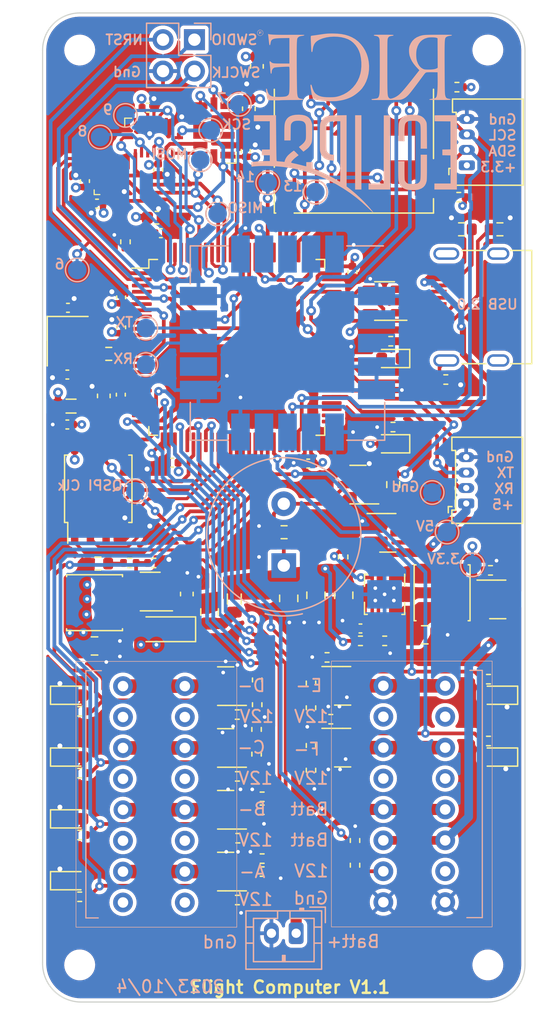
<source format=kicad_pcb>
(kicad_pcb (version 20221018) (generator pcbnew)
  (title_block (title "Flight Computer Layout") (date "2023-09-26") (rev "1"))
  (layers (0 "F.Cu" signal) (1 "In1.Cu" signal) (2 "In2.Cu" signal) (31 "B.Cu" signal) (34 "B.Paste" user) (35 "F.Paste" user) (36 "B.SilkS" user "B.Silkscreen") (37 "F.SilkS" user "F.Silkscreen") (38 "B.Mask" user) (39 "F.Mask" user) (44 "Edge.Cuts" user))
  (net 0 "")
  (net 1 "+5V")
  (net 2 "Net-(BZ1-+)")
  (net 3 "+3.3V")
  (net 4 "GND")
  (net 5 "Net-(U1-PH0)")
  (net 6 "Net-(C10-Pad1)")
  (net 7 "Net-(U8-SS)")
  (net 8 "/Microcontroller/VDDA")
  (net 9 "/Connectors and Power Supply/Power Supply/Boost Converter Vin")
  (net 10 "/Connectors and Power Supply/Power Supply/Buck Vin")
  (net 11 "Net-(D1-A)")
  (net 12 "Net-(D1-K)")
  (net 13 "Net-(D2-K)")
  (net 14 "Net-(D3-A)")
  (net 15 "+12V")
  (net 16 "Net-(D4-A)")
  (net 17 "Net-(D5-A)")
  (net 18 "Net-(D6-A)")
  (net 19 "Net-(D7-A)")
  (net 20 "Net-(D8-A)")
  (net 21 "/Pyrotechnic Channels/Pyro Channel A")
  (net 22 "/Pyrotechnic Channels/Pyro Channel B")
  (net 23 "/Pyrotechnic Channels/Pyro Channel E")
  (net 24 "/SWDIO")
  (net 25 "/SWCLK")
  (net 26 "/NRST")
  (net 27 "Net-(J7-CC1)")
  (net 28 "/USB D+")
  (net 29 "/USB D-")
  (net 31 "Net-(J7-CC2)")
  (net 33 "Net-(J7-SHIELD)")
  (net 34 "/UART3 RX")
  (net 35 "/UART3 TX")
  (net 36 "/I2C2 SDA")
  (net 37 "/I2C2 SCL")
  (net 38 "/SDMMC Data 2")
  (net 39 "/SDMMC Data 3")
  (net 40 "/SDMMC Command")
  (net 41 "/SDMMC Clock")
  (net 42 "/SDMMC Data 0")
  (net 43 "/SDMMC Data 1")
  (net 44 "/SD Card Detect")
  (net 45 "/Pyrotechnic Channels/Pyro Channel D")
  (net 46 "Net-(Q1-B)")
  (net 47 "/Pyro Channel A Trigger")
  (net 48 "/Pyro Channel B Trigger")
  (net 49 "/Pyro Channel C Trigger")
  (net 50 "/Pyro Channel E Trigger")
  (net 51 "/Pyro Channel F Trigger")
  (net 52 "/Pyro Channel D Trigger")
  (net 53 "/Pyrotechnic Channels/Pyro Channel C")
  (net 54 "/Pyro A Continuity Voltage")
  (net 55 "/Pyro B Continuity Voltage")
  (net 56 "/Pyro C Continuity Voltage")
  (net 57 "/Pyro E Continuity Voltage")
  (net 58 "/Pyro F Continuity Voltage")
  (net 59 "/Pyro D Continuity Voltage")
  (net 60 "/Ignition Battery Voltage")
  (net 61 "Net-(U8-FB)")
  (net 62 "Net-(F1-Pad1)")
  (net 63 "/Main battery connector")
  (net 64 "/Main battery in")
  (net 65 "/Connectors and Power Supply/Power Supply/Boost Converter SW")
  (net 66 "/Connectors and Power Supply/Power Supply/Buck Out")
  (net 67 "Net-(U1-PH1)")
  (net 68 "Net-(U1-BOOT0)")
  (net 69 "Net-(U1-PD13)")
  (net 70 "Net-(U8-PG)")
  (net 72 "/High G Interrupt")
  (net 76 "/Chip Select Low G Gyro")
  (net 77 "/SPI1 SCK")
  (net 78 "/SPI1 MOSI")
  (net 79 "/SPI1 MISO")
  (net 80 "/Low G Gyro Interrupt")
  (net 82 "/Chip Select Low G Accel")
  (net 83 "/Low G Accel Interrupt")
  (net 84 "/Altimeter Interrupt")
  (net 92 "/QSPI IO3")
  (net 93 "/QSPI IO2")
  (net 95 "/QSPI IO1")
  (net 96 "/QSPI IO0")
  (net 97 "/QSPI Clock")
  (net 98 "/QSPI Chip Select")
  (net 115 "/GPS Reset")
  (net 116 "/GPS External Interrupt")
  (net 117 "/UART2 TX")
  (net 118 "/UART2 RX")
  (net 125 "/Connectors and Power Supply/USB CONN D+")
  (net 126 "/Connectors and Power Supply/USB CONN D-")
  (net 127 "/USB 5V in")
  (net 132 "/Chip Select Altimeter")
  (net 133 "/Chip Select High G Accel")
  (net 134 "/Pyrotechnic Channels/Pyro Channel F")
  (net 135 "Net-(R42-Pad2)")
  (net 136 "Net-(U9-FB)")
  (footprint "Package_TO_SOT_SMD:SOT-23" (layer "F.Cu") (at 169.6 110.9475)
    (fp_text reference "Q9")
    (fp_text value "AO3401A")
  )
  (footprint "Resistor_SMD:R_0402_1005Metric" (layer "F.Cu") (at 139.5 82.0225 -90)
    (fp_text reference "R3")
    (fp_text value "10k")
  )
  (footprint "LED_SMD:LED_0603_1608Metric_Pad1.05x0.95mm_HandSolder" (layer "F.Cu") (at 135.1 123.7)
    (fp_text reference "D8")
    (fp_text value "White")
  )
  (footprint "Package_TO_SOT_SMD:SOT-23" (layer "F.Cu") (at 147.6 132.9625 180)
    (fp_text reference "Q2")
    (fp_text value "AO3400A")
  )
  (footprint "Resistor_SMD:R_0603_1608Metric" (layer "F.Cu") (at 161.15 101.6625 -90)
    (fp_text reference "R18")
    (fp_text value "1k")
  )
  (footprint "Resistor_SMD:R_0402_1005Metric" (layer "F.Cu") (at 154.5 124.7625 -90)
    (fp_text reference "R14")
    (fp_text value "22k")
  )
  (footprint "Package_TO_SOT_SMD:SOT-23" (layer "F.Cu") (at 158.3 101.6625 180)
    (fp_text reference "Q1")
    (fp_text value "MMBT2222A")
  )
  (footprint "LED_SMD:LED_0603_1608Metric" (layer "F.Cu") (at 161 98.3625 180)
    (fp_text reference "D2")
    (fp_text value "Red")
  )
  (footprint "Resistor_SMD:R_0402_1005Metric" (layer "F.Cu") (at 154.5 122.7625 -90)
    (fp_text reference "R13")
    (fp_text value "200k")
  )
  (footprint "Resistor_SMD:R_0402_1005Metric" (layer "F.Cu") (at 150.1 123.4625 90)
    (fp_text reference "R9")
    (fp_text value "200k")
  )
  (footprint "Resistor_SMD:R_0402_1005Metric" (layer "F.Cu") (at 165.4 93.1625)
    (fp_text reference "R19")
    (fp_text value "1M")
  )
  (footprint "Resistor_SMD:R_0603_1608Metric" (layer "F.Cu") (at 138.15 91.0875 180)
    (fp_text reference "R2")
    (fp_text value "47")
  )
  (footprint "Capacitor_SMD:C_0402_1005Metric" (layer "F.Cu") (at 134.8 92.7625 180)
    (fp_text reference "C10")
    (fp_text value "12p")
  )
  (footprint "Resistor_SMD:R_0402_1005Metric" (layer "F.Cu") (at 160.46 114.3)
    (fp_text reference "R22")
    (fp_text value "47k")
  )
  (footprint "Capacitor_SMD:C_0603_1608Metric" (layer "F.Cu") (at 149.475 71.2625 -90)
    (fp_text reference "C1")
    (fp_text value "1u")
  )
  (footprint "Resistor_SMD:R_0402_1005Metric" (layer "F.Cu") (at 157.1 107.5125 90)
    (fp_text reference "R23")
    (fp_text value "1M")
  )
  (footprint "Capacitor_SMD:C_0402_1005Metric" (layer "F.Cu") (at 141.32 71.1825)
    (fp_text reference "C8")
    (fp_text value "100n")
  )
  (footprint "Capacitor_SMD:C_0402_1005Metric" (layer "F.Cu") (at 143.275 99.8875 180)
    (fp_text reference "C15")
    (fp_text value "100n")
  )
  (footprint "Resistor_SMD:R_0402_1005Metric" (layer "F.Cu") (at 150.15 117.4625 -90)
    (fp_text reference "R15")
    (fp_text value "200k")
  )
  (footprint "Resistor_SMD:R_0402_1005Metric" (layer "F.Cu") (at 158.06 130.4475 90)
    (fp_text reference "R35")
    (fp_text value "22k")
  )
  (footprint "Inductor_SMD:L_0805_2012Metric" (layer "F.Cu") (at 148.3 110.9125 -90)
    (fp_text reference "FB2")
    (fp_text value "GZ2012D601TF")
  )
  (footprint "LED_SMD:LED_0603_1608Metric_Pad1.05x0.95mm_HandSolder" (layer "F.Cu") (at 169.55 118.7 180)
    (fp_text reference "D4")
    (fp_text value "White")
  )
  (footprint "Resistor_SMD:R_0603_1608Metric" (layer "F.Cu") (at 166.675 81.0125 180)
    (fp_text reference "R21")
    (fp_text value "5.1k")
  )
  (footprint "Inductor_SMD:L_0805_2012Metric" (layer "F.Cu") (at 135.1 95.3125 180)
    (fp_text reference "FB1")
    (fp_text value "GZ2012D601TF")
  )
  (footprint "Capacitor_SMD:C_0402_1005Metric" (layer "F.Cu") (at 139.125 94.3875 90)
    (fp_text reference "C16")
    (fp_text value "100n")
  )
  (footprint "Capacitor_SMD:C_0402_1005Metric" (layer "F.Cu") (at 158.5 113.3 180)
    (fp_text reference "C18")
    (fp_text value "10n")
  )
  (footprint "Resistor_SMD:R_0402_1005Metric" (layer "F.Cu") (at 168.85 117.4)
    (fp_text reference "R37")
    (fp_text value "1.5k")
  )
  (footprint "Capacitor_SMD:C_0402_1005Metric" (layer "F.Cu") (at 137.2 78.9375 180)
    (fp_text reference "C3")
    (fp_text value "100n")
  )
  (footprint "Resistor_SMD:R_0402_1005Metric" (layer "F.Cu") (at 160.95 90.0625 180)
    (fp_text reference "R17")
    (fp_text value "1.5k")
  )
  (footprint "Package_QFP:LQFP-100_14x14mm_P0.5mm" (layer "F.Cu") (at 148.5 90.5625)
    (fp_text reference "U1")
    (fp_text value "STM32L476VETx")
  )
  (footprint "LED_SMD:LED_0603_1608Metric_Pad1.05x0.95mm_HandSolder" (layer "F.Cu") (at 169.55 123.7 180)
    (fp_text reference "D5")
    (fp_text value "White")
  )
  (footprint "Capacitor_SMD:C_0603_1608Metric" (layer "F.Cu") (at 142.05 80.0725)
    (fp_text reference "C7")
    (fp_text value "4u7")
  )
  (footprint "Resistor_SMD:R_0402_1005Metric" (layer "F.Cu") (at 135.8 120 180)
    (fp_text reference "R39")
    (fp_text value "1.5k")
  )
  (footprint "Capacitor_SMD:C_0402_1005Metric" (layer "F.Cu") (at 134.8 96.8 180)
    (fp_text reference "C29")
    (fp_text value "100n")
  )
  (footprint "Resistor_SMD:R_0402_1005Metric" (layer "F.Cu") (at 166.45 78.4125 180)
    (fp_text reference "R27")
    (fp_text value "4.7k")
  )
  (footprint "Resistor_SMD:R_0402_1005Metric" (layer "F.Cu") (at 168.85 122.4)
    (fp_text reference "R38")
    (fp_text value "1.5k")
  )
  (footprint "Resistor_SMD:R_0402_1005Metric" (layer "F.Cu") (at 148.55 125.2625)
    (fp_text reference "R33")
    (fp_text value "22k")
  )
  (footprint "Resistor_SMD:R_0402_1005Metric" (layer "F.Cu") (at 139.85 108)
    (fp_text reference "R44")
    (fp_text value "47k")
  )
  (footprint "Resistor_SMD:R_0402_1005Metric" (layer "F.Cu") (at 169.0125 108.5975)
    (fp_text reference "R1")
    (fp_text value "100k")
  )
  (footprint "Resistor_SMD:R_0402_1005Metric" (layer "F.Cu") (at 135.8 130 180)
    (fp_text reference "R40")
    (fp_text value "1.5k")
  )
  (footprint "MountingHole:MountingHole_2mm" (layer "F.Cu") (at 135.8 66.5125)
    (fp_text reference "H2")
    (fp_text value "MountingHole")
  )
  (footprint "Resistor_SMD:R_0603_1608Metric" (layer "F.Cu") (at 137.275 108.05)
    (fp_text reference "R42")
    (fp_text value "510k")
  )
  (footprint "Connector_USB:USB_C_Receptacle_G-Switch_GT-USB-7010ASV" (layer "F.Cu") (at 168.565 87.3025 90)
    (fp_text reference "J7")
    (fp_text value "USB_C_Receptacle_USB2.0")
  )
  (footprint "Resistor_SMD:R_0402_1005Metric" (layer "F.Cu") (at 155.8 115.6375 180)
    (fp_text reference "R30")
    (fp_text value "22k")
  )
  (footprint "Resistor_SMD:R_0402_1005Metric" (layer "F.Cu") (at 154.5 119.7125 -90)
    (fp_text reference "R12")
    (fp_text value "22k")
  )
  (footprint "Capacitor_SMD:C_0402_1005Metric" (layer "F.Cu") (at 157.85 84.4875 -90)
    (fp_text reference "C12")
    (fp_text value "100n")
  )
  (footprint "Resistor_SMD:R_0402_1005Metric" (layer "F.Cu") (at 150.55 126.9125 180)
    (fp_text reference "R8")
    (fp_text value "22k")
  )
  (footprint "Package_TO_SOT_SMD:SOT-23" (layer "F.Cu") (at 157.06 122.9375)
    (fp_text reference "Q7")
    (fp_text value "AO3400A")
  )
  (footprint "Capacitor_SMD:C_0402_1005Metric" (layer "F.Cu") (at 139.15 86.5125 90)
    (fp_text reference "C9")
    (fp_text value "100n")
  )
  (footprint "LED_SMD:LED_0603_1608Metric_Pad1.05x0.95mm_HandSolder" (layer "F.Cu") (at 135.1 133.7)
    (fp_text reference "D3")
    (fp_text value "LED")
  )
  (footprint "Capacitor_SMD:C_0402_1005Metric" (layer "F.Cu") (at 136.225 77.1125 90)
    (fp_text reference "C4")
    (fp_text value "100n")
  )
  (footprint "MountingHole:MountingHole_2mm" (layer "F.Cu") (at 168.8 66.5125)
    (fp_text reference "H1")
    (fp_text value "MountingHole")
  )
  (footprint "Capacitor_SMD:C_0603_1608Metric" (layer "F.Cu") (at 137.75 94.4875 90)
    (fp_text reference "C24")
    (fp_text value "1u")
  )
  (footprint "Resistor_SMD:R_0402_1005Metric" (layer "F.Cu") (at 150.15 119.4625 -90)
    (fp_text reference "R16")
    (fp_text value "22k")
  )
  (footprint "Package_TO_SOT_SMD:SOT-23-6" (layer "F.Cu") (at 160.45 86.8125 180)
    (fp_text reference "U2")
    (fp_text value "USBLC6-2SC6")
  )
  (footprint "Connector_Card:microSD_HC_Hirose_DM3D-SF" (layer "F.Cu") (at 157.97 73.9125 180)
    (fp_text reference "J10")
    (fp_text value "Micro_SD_Card")
  )
  (footprint "Resistor_SMD:R_0603_1608Metric" (layer "F.Cu") (at 152.325 105.5125 180)
    (fp_text reference "R28")
    (fp_text value "1k")
  )
  (footprint "Resistor_SMD:R_0603_1608Metric" (layer "F.Cu") (at 169.775 81.0125)
    (fp_text reference "R20")
    (fp_text value "5.1k")
  )
  (footprint "Capacitor_SMD:C_0805_2012Metric" (layer "F.Cu") (at 137 114.7125)
    (fp_text reference "C20")
    (fp_text value "10u")
  )
  (footprint "Resistor_SMD:R_0402_1005Metric" (layer "F.Cu") (at 150.55 132.9625)
    (fp_text reference "R4")
    (fp_text value "200k")
  )
  (footprint "Crystal:Crystal_SMD_3225-4Pin_3.2x2.5mm" (layer "F.Cu") (at 134.825 90.0625 -90)
    (fp_text reference "Y1")
    (fp_text value "16MHz")
  )
  (footprint "Resistor_SMD:R_0402_1005Metric" (layer "F.Cu") (at 156.1 120.6375 180)
    (fp_text reference "R31")
    (fp_text value "22k")
  )
  (footprint "Resistor_SMD:R_0402_1005Metric" (layer "F.Cu") (at 135.8 135 180)
    (fp_text reference "R36")
    (fp_text value "1.5k")
  )
  (footprint "Resistor_SMD:R_0402_1005Metric" (layer "F.Cu") (at 135.8 125 180)
    (fp_text reference "R41")
    (fp_text value "1.5k")
  )
  (footprint "Package_TO_SOT_SMD:SOT-23" (layer "F.Cu") (at 157.06 117.9375)
    (fp_text reference "Q6")
    (fp_text value "AO3400A")
  )
  (footprint "Capacitor_SMD:C_0805_2012Metric" (layer "F.Cu") (at 157.15 110.6125 -90)
    (fp_text reference "C21")
    (fp_text value "22u")
  )
  (footprint "Capacitor_SMD:C_0805_2012Metric" (layer "F.Cu") (at 152.7 110.8625 -90)
    (fp_text reference "C23")
    (fp_text value "22u")
  )
  (footprint "Inductor_SMD:L_Sunlord_SWPA4030S" (layer "F.Cu") (at 137 111.2125 180)
    (fp_text reference "L2")
    (fp_text value "10u")
  )
  (footprint "Capacitor_SMD:C_0805_2012Metric" (layer "F.Cu") (at 163.7 113.8125)
    (fp_text reference "C17")
    (fp_text value "22u")
  )
  (footprint "Connector_Molex:Molex_PicoBlade_53048-0410_1x04_P1.25mm_Horizontal" (layer "F.Cu") (at 167.1 75.8375 90)
    (fp_text reference "J9")
    (fp_text value "External I2C")
  )
  (footprint "Inductor_SMD:L_Sunlord_SWPA4030S" (layer "F.Cu") (at 165.1 110.4125 90)
    (fp_text reference "L1")
    (fp_text value "1u")
  )
  (footprint "Resistor_SMD:R_0402_1005Metric" (layer "F.Cu") (at 148.54 120.2625)
    (fp_text reference "R32")
    (fp_text value "22k")
  )
  (footprint "Resistor_SMD:R_0402_1005Metric" (layer "F.Cu") (at 150.55 127.9625)
    (fp_text reference "R7")
    (fp_text value "200k")
  )
  (footprint "Package_TO_SOT_SMD:SOT-23" (layer "F.Cu") (at 160.7125 105.5625)
    (fp_text reference "Q4")
    (fp_text value "AO3401A")
  )
  (footprint "custom-footprints:BMI088" (layer "F.Cu") (at 140.3 74.8625 90)
    (fp_text reference "U4")
    (fp_text value "~")
  )
  (footprint "Resistor_SMD:R_0402_1005Metric" (layer "F.Cu") (at 150.1 121.4625 90)
    (fp_text reference "R10")
    (fp_text value "22k")
  )
  (footprint "Package_TO_SOT_SMD:SOT-23" (layer "F.Cu") (at 147.6 122.9625 180)
    (fp_text reference "Q5")
    (fp_text value "AO3400A")
  )
  (footprint "LED_SMD:LED_0603_1608Metric_Pad1.05x0.95mm_HandSolder" (layer "F.Cu") (at 135.1 118.7)
    (fp_text reference "D6")
    (fp_text value "White")
  )
  (footprint "Resistor_SMD:R_0402_1005Metric" (layer "F.Cu") (at 158.5 114.3)
    (fp_text reference "R5")
    (fp_text value "200k")
  )
  (footprint "Capacitor_SMD:C_0603_1608Metric" (layer "F.Cu") (at 144.4625 110.5125 90)
    (fp_text reference "C19")
    (fp_text value "4.7u")
  )
  (footprint "Resistor_SMD:R_0402_1005Metric" (layer "F.Cu") (at 150.55 131.9125 180)
    (fp_text reference "R6")
    (fp_text value "22k")
  )
  (footprint "Resistor_SMD:R_0402_1005Metric" (layer "F.Cu") (at 148.59 130.2625)
    (fp_text reference "R29")
    (fp_text value "22k")
  )
  (footprint "Package_SON:Texas_S-PVSON-N10_ThermalVias" (layer "F.Cu") (at 160.45 110.5375 -90)
    (fp_text reference "U8")
    (fp_text value "TPS61230DRC")
  )
  (footprint "MountingHole:MountingHole_2mm" (layer "F.Cu") (at 135.8 140.5125)
    (fp_text reference "H3")
    (fp_text value "MountingHole")
  )
  (footprint "Resistor_SMD:R_0402_1005Metric" (layer "F.Cu") (at 154.5 117.7125 -90)
    (fp_text reference "R11")
    (fp_text value "200k")
  )
  (footprint "custom-footprints:BMP388" (layer "F.Cu") (at 138.77 77.6625 180)
    (fp_text reference "U5")
    (fp_text value "~")
  )
  (footprint "Connector_Molex:Molex_PicoBlade_53048-0410_1x04_P1.25mm_Horizontal" (layer "F.Cu") (at 167.05 103.1875 90)
    (fp_text reference "J8")
    (fp_text value "External UART")
  )
  (footprint "Fuse:Fuse_0805_2012Metric" (layer "F.Cu") (at 146.3 111.9625 90)
    (fp_text reference "F1")
    (fp_text value "2920L125PR")
  )
  (footprint "MountingHole:MountingHole_2mm" (layer "F.Cu") (at 168.8 140.5125)
    (fp_text reference "H4")
    (fp_text value "MountingHole")
  )
  (footprint "Capacitor_SMD:C_0603_1608Metric" (layer "F.Cu") (at 150.13 67.8325 -90)
    (fp_text reference "C28")
    (fp_text value "4u7")
  )
  (footprint "Package_TO_SOT_SMD:SOT-23" (layer "F.Cu") (at 147.6 127.9625 180)
    (fp_text reference "Q3")
    (fp_text value "AO3400A")
  )
  (footprint "LED_SMD:LED_0603_1608Metric" (layer "F.Cu") (at 161 91.4625 180)
    (fp_text reference "D1")
    (fp_text value "Green")
  )
  (footprint "Capacitor_SMD:C_0402_1005Metric" (layer "F.Cu") (at 154.275 99.9625 180)
    (fp_text reference "C13")
    (fp_text value "100n")
  )
  (footprint "custom-footprints:ADXL375" (layer "F.Cu") (at 147.75 75.0125 180)
    (fp_text reference "U3")
    (fp_text value "~")
  )
  (footprint "LED_SMD:LED_0603_1608Metric_Pad1.05x0.95mm_HandSolder" (layer "F.Cu") (at 135.1 128.7)
    (fp_text reference "D7")
    (fp_text value "White")
  )
  (footprint "Package_SO:SOIC-8_5.23x5.23mm_P1.27mm" (layer "F.Cu") (at 137.3 102 90)
    (fp_text reference "U7")
    (fp_text value "W25Q128JVSIQ")
  )
  (footprint "Capacitor_SMD:C_0402_1005Metric" (layer "F.Cu") (at 149.225 74.6625 90)
    (fp_text reference "C2")
    (fp_text value "100n")
  )
  (footprint "Resistor_SMD:R_0402_1005Metric" (layer "F.Cu") (at 166.3 69.5125 180)
    (fp_text reference "R26")
    (fp_text value "4.7k")
  )
  (footprint "Capacitor_SMD:C_0805_2012Metric" (layer "F.Cu") (at 154.9 110.6125 -90)
    (fp_text reference "C22")
    (fp_text value "22u")
  )
  (footprint "Resistor_SMD:R_0402_1005Metric" (layer "F.Cu") (at 161.13 97.0075 180)
    (fp_text reference "R24")
    (fp_text value "1.5k")
  )
  (footprint "Capacitor_SMD:C_0402_1005Metric" (layer "F.Cu") (at 134.85 87.3625)
    (fp_text reference "C6")
    (fp_text value "12p")
  )
  (footprint "Capacitor_SMD:C_0402_1005Metric" (layer "F.Cu") (at 142.15 76.2125 -90)
    (fp_text reference "C5")
    (fp_text value "100n")
  )
  (footprint "Resistor_SMD:R_0402_1005Metric" (layer "F.Cu") (at 148.55 135.2625)
    (fp_text reference "R34")
    (fp_text value "22k")
  )
  (footprint "Resistor_SMD:R_0402_1005Metric" (layer "F.Cu") (at 141.8 108)
    (fp_text reference "R43")
    (fp_text value "100k")
  )
  (footprint "Capacitor_SMD:C_0402_1005Metric" (layer "F.Cu") (at 142.36 81.3225)
    (fp_text reference "C11")
    (fp_text value "100n")
  )
  (footprint "Resistor_SMD:R_0402_1005Metric" (layer "F.Cu") (at 158.06 132.4475 90)
    (fp_text reference "R25")
    (fp_text value "200k")
  )
  (footprint "Package_TO_SOT_SMD:TSOT-23-5" (layer "F.Cu") (at 141.5 110.3125 180)
    (fp_text reference "U9")
    (fp_text value "LM3670MF")
  )
  (footprint "Capacitor_SMD:C_0402_1005Metric" (layer "F.Cu") (at 139.15 88.9375 90)
    (fp_text reference "C14")
    (fp_text value "100n")
  )
  (footprint "Diode_SMD:D_SOD-123" (layer "F.Cu") (at 142.8125 113.3625 180)
    (fp_text reference "D15")
    (fp_text value "B5819W SL")
  )
  (footprint "Package_TO_SOT_SMD:SOT-23" (layer "F.Cu") (at 147.6 117.9625 180)
    (fp_text reference "Q8")
    (fp_text value "AO3400A")
  )
  (footprint "TestPoint:TestPoint_Pad_D1.5mm" (layer "B.Cu") (at 141.15 89 180)
    (fp_text reference "TP10")
    (fp_text value "UART2 TX")
  )
  (footprint "TestPoint:TestPoint_Pad_D1.5mm" (layer "B.Cu") (at 140.3 102.2 180)
    (fp_text reference "TP15")
    (fp_text value "QSPI Clock")
  )
  (footprint "Connector_JST:JST_PH_B2B-PH-K_1x02_P2.00mm_Vertical" (layer "B.Cu") (at 153.3 137.95 180)
    (fp_text reference "J4")
    (fp_text value "JST-PH")
  )
  (footprint "TestPoint:TestPoint_Pad_D1.5mm" (layer "B.Cu") (at 146.4 73 180)
    (fp_text reference "TP5")
    (fp_text value "SPI1 SCK")
  )
  (footprint "TestPoint:TestPoint_Pad_D1.5mm" (layer "B.Cu") (at 145.55 75.4 180)
    (fp_text reference "TP4")
    (fp_text value "SPI1 MOSI")
  )
  (footprint "TestPoint:TestPoint_Pad_D1.5mm" (layer "B.Cu") (at 165.5 105.5 180)
    (fp_text reference "TP1")
    (fp_text value "5V")
  )
  (footprint "TestPoint:TestPoint_Pad_D1.5mm" (layer "B.Cu") (at 141.15 91.95 180)
    (fp_text reference "TP11")
    (fp_text value "UART2 RX")
  )
  (footprint "TestPoint:TestPoint_Pad_D1.5mm" (layer "B.Cu") (at 135.6 84.3 180)
    (fp_text reference "TP6")
    (fp_text value "CS Altimeter")
  )
  (footprint "TestPoint:TestPoint_Pad_D1.5mm" (layer "B.Cu") (at 148.7 70.9 180)
    (fp_text reference "TP7")
    (fp_text value "CS High G")
  )
  (footprint "custom-footprints:Wago_Custom_218-108" (layer "B.Cu") (at 139.3 135.4625)
    (fp_text reference "J2")
    (fp_text value "Pyro Channels")
  )
  (footprint "RF_GPS:ublox_SAM-M8Q_HandSolder" (layer "B.Cu") (at 152.6 90.2125 180)
    (fp_text reference "U11")
    (fp_text value "SAM-M8Q")
  )
  (footprint "TestPoint:TestPoint_Pad_D1.5mm" (layer "B.Cu") (at 139.5 71.8 180)
    (fp_text reference "TP9")
    (fp_text value "CS Low G Accel")
  )
  (footprint "Buzzer_Beeper:Buzzer_TDK_PS1240P02BT_D12.2mm_H6.5mm" (layer "B.Cu") (at 152.3 108.2125 90)
    (fp_text reference "BZ1")
    (fp_text value "Buzzer")
  )
  (footprint "TestPoint:TestPoint_Pad_D1.5mm" (layer "B.Cu") (at 146.95 79.75 180)
    (fp_text reference "TP3")
    (fp_text value "SPI1 MISO")
  )
  (footprint "TestPoint:TestPoint_Pad_D1.5mm" (layer "B.Cu") (at 167.55 108.15 180)
    (fp_text reference "TP2")
    (fp_text value "3.3V")
  )
  (footprint "TestPoint:TestPoint_Pad_D1.5mm" (layer "B.Cu") (at 154.85 78 180)
    (fp_text reference "TP13")
    (fp_text value "SDMMC Clock")
  )
  (footprint "LOGO" (layer "B.Cu") (at 158.2 72.05 180)
    (fp_text reference "G***")
    (fp_text value "LOGO" hide)
  )
  (footprint "TestPoint:TestPoint_Pad_D1.5mm" (layer "B.Cu") (at 151 77.25 180)
    (fp_text reference "TP14")
    (fp_text value "SDMMC Command")
  )
  (footprint "custom-footprints:Wago_Custom_218-108" (layer "B.Cu") (at 165.35 117.9375 180)
    (fp_text reference "J1")
    (fp_text value "Screw Switches")
  )
  (footprint "Connector_PinHeader_2.54mm:PinHeader_2x02_P2.54mm_Vertical" (layer "B.Cu") (at 145.075 65.675 180)
    (fp_text reference "J3")
    (fp_text value "Serial Wire Debug")
  )
  (footprint "TestPoint:TestPoint_Pad_D1.5mm" (layer "B.Cu") (at 137.45 73.55 180)
    (fp_text reference "TP8")
    (fp_text value "CS Low G Gyro")
  )
  (footprint "TestPoint:TestPoint_Pad_D1.5mm" (layer "B.Cu") (at 164.3 102.3 180)
    (fp_text reference "TP12")
    (fp_text value "Gnd")
  )
  (gr_arc (start 168.8 63.5125) (mid 170.92132 64.39118) (end 171.8 66.5125) (stroke (width 0.1)) (layer "Edge.Cuts"))
  (gr_arc (start 132.8 66.5125) (mid 133.67868 64.39118) (end 135.8 63.5125) (stroke (width 0.1)) (layer "Edge.Cuts"))
  (gr_line (start 168.8 63.5125) (end 135.8 63.5125) (stroke (width 0.1)) (layer "Edge.Cuts"))
  (gr_arc (start 171.8 140.5125) (mid 170.92132 142.63382) (end 168.8 143.5125) (stroke (width 0.1)) (layer "Edge.Cuts"))
  (gr_arc (start 135.8 143.512499) (mid 133.670063 142.556635) (end 132.797644 140.39118) (stroke (width 0.1)) (layer "Edge.Cuts"))
  (gr_line (start 135.8 143.5125) (end 168.8 143.5125) (stroke (width 0.1)) (layer "Edge.Cuts"))
  (gr_line (start 171.8 140.5125) (end 171.8 66.5125) (stroke (width 0.1)) (layer "Edge.Cuts"))
  (gr_line (start 132.8 66.5125) (end 132.797644 140.39118) (stroke (width 0.1)) (layer "Edge.Cuts"))
  (gr_text "B-" (at 150.95 128.5) (layer "B.SilkS") (effects (font (size 1 1)) (justify left bottom mirror)))
  (gr_text "MOSI" (at 144.6 75.4) (layer "B.SilkS") (effects (font (size 0.8 0.8)) (justify left bottom mirror)))
  (gr_text "12V" (at 156 126) (layer "B.SilkS") (effects (font (size 1 1)) (justify left bottom mirror)))
  (gr_text "14" (at 150.05 77.25) (layer "B.SilkS") (effects (font (size 0.8 0.8)) (justify left bottom mirror)))
  (gr_text "E-" (at 155.5 118.5) (layer "B.SilkS") (effects (font (size 1 1)) (justify left bottom mirror)))
  (gr_text "8" (at 136.5 73.55) (layer "B.SilkS") (effects (font (size 0.8 0.8)) (justify left bottom mirror)))
  (gr_text "3.3V" (at 166.6 108.15) (layer "B.SilkS") (effects (font (size 0.8 0.8)) (justify left bottom mirror)))
  (gr_text "C-" (at 150.9 123.5) (layer "B.SilkS") (effects (font (size 1 1)) (justify left bottom mirror)))
  (gr_text "5V" (at 164.55 105.5) (layer "B.SilkS") (effects (font (size 0.8 0.8)) (justify left bottom mirror)))
  (gr_text "Gnd\nTX\nRX\n+5" (at 171 103.75) (layer "B.SilkS") (effects (font (size 0.8 0.8)) (justify left bottom mirror)))
  (gr_text "12V" (at 151.5 131) (layer "B.SilkS") (effects (font (size 1 1)) (justify left bottom mirror)))
  (gr_text "NRST" (at 141 66.15) (layer "B.SilkS") (effects (font (size 0.8 0.8)) (justify left bottom mirror)))
  (gr_text "Gnd" (at 156 135.7) (layer "B.SilkS") (effects (font (size 1 1)) (justify left bottom mirror)))
  (gr_text "12V" (at 151.5 126) (layer "B.SilkS") (effects (font (size 1 1)) (justify left bottom mirror)))
  (gr_text "D-" (at 150.9 118.5) (layer "B.SilkS") (effects (font (size 1 1)) (justify left bottom mirror)))
  (gr_text "Gnd\nSCL\nSDA\n+3.3" (at 171.2 76.45) (layer "B.SilkS") (effects (font (size 0.8 0.8)) (justify left bottom mirror)))
  (gr_text "12V" (at 156 121) (layer "B.SilkS") (effects (font (size 1 1)) (justify left bottom mirror)))
  (gr_text "RX" (at 140.2 91.95) (layer "B.SilkS") (effects (font (size 0.8 0.8)) (justify left bottom mirror)))
  (gr_text "F-" (at 155.3 123.65) (layer "B.SilkS") (effects (font (size 1 1)) (justify left bottom mirror)))
  (gr_text "Gnd" (at 140.85 68.75) (layer "B.SilkS") (effects (font (size 0.8 0.8)) (justify left bottom mirror)))
  (gr_text "6" (at 134.65 84.3) (layer "B.SilkS") (effects (font (size 0.8 0.8)) (justify left bottom mirror)))
  (gr_text "12V" (at 156 133.5) (layer "B.SilkS") (effects (font (size 1 1)) (justify left bottom mirror)))
  (gr_text "QSPI Clk" (at 139.35 102.2) (layer "B.SilkS") (effects (font (size 0.8 0.8)) (justify left bottom mirror)))
  (gr_text "12V" (at 151.5 135.8) (layer "B.SilkS") (effects (font (size 1 1)) (justify left bottom mirror)))
  (gr_text "USB 2.0" (at 171.3 87.55) (layer "B.SilkS") (effects (font (size 0.8 0.8)) (justify left bottom mirror)))
  (gr_text "Batt" (at 156 131) (layer "B.SilkS") (effects (font (size 1 1)) (justify left bottom mirror)))
  (gr_text "MISO" (at 150.75 79.75) (layer "B.SilkS") (effects (font (size 0.8 0.8)) (justify left bottom mirror)))
  (gr_text "Gnd" (at 148.65 139.25) (layer "B.SilkS") (effects (font (size 1 1)) (justify left bottom mirror)))
  (gr_text "9" (at 138.55 71.8) (layer "B.SilkS") (effects (font (size 0.8 0.8)) (justify left bottom mirror)))
  (gr_text "13" (at 153.9 78) (layer "B.SilkS") (effects (font (size 0.8 0.8)) (justify left bottom mirror)))
  (gr_text "TX" (at 140.2 89) (layer "B.SilkS") (effects (font (size 0.8 0.8)) (justify left bottom mirror)))
  (gr_text "7" (at 147.75 70.9) (layer "B.SilkS") (effects (font (size 0.8 0.8)) (justify left bottom mirror)))
  (gr_text "12V" (at 151.6 121) (layer "B.SilkS") (effects (font (size 1 1)) (justify left bottom mirror)))
  (gr_text "A-" (at 150.9 133.55) (layer "B.SilkS") (effects (font (size 1 1)) (justify left bottom mirror)))
  (gr_text "SWDIO" (at 150.25 66.15) (layer "B.SilkS") (effects (font (size 0.8 0.8)) (justify left bottom mirror)))
  (gr_text "Batt+" (at 160.15 139.2) (layer "B.SilkS") (effects (font (size 1 1)) (justify left bottom mirror)))
  (gr_text "Gnd" (at 163.35 102.3) (layer "B.SilkS") (effects (font (size 0.8 0.8)) (justify left bottom mirror)))
  (gr_text "2023/10/4" (at 147.6 142.85) (layer "B.SilkS") (effects (font (size 1 1)) (justify left bottom mirror)))
  (gr_text "SWCLK" (at 150.5 68.8) (layer "B.SilkS") (effects (font (size 0.8 0.8)) (justify left bottom mirror)))
  (gr_text "Batt" (at 156 128.5) (layer "B.SilkS") (effects (font (size 1 1)) (justify left bottom mirror)))
  (gr_text "SCK\n" (at 149.75 73) (layer "B.SilkS") (effects (font (size 0.8 0.8)) (justify left bottom mirror)))
  (gr_text "Flight Computer V1.1" (at 144.65 142.9) (layer "F.SilkS") (effects (font (size 1 1) (thickness 0.2) bold) (justify left bottom)))
  (segment (start 160.425 107.1625) (end 159.775 106.5125) (width 0.7) (layer "F.Cu") (net 1))
  (segment (start 157.020785 109.533285) (end 157.15 109.6625) (width 0.3) (layer "F.Cu") (net 1))
  (segment (start 153.15 105.5125) (end 152.3 106.3625) (width 0.3) (layer "F.Cu") (net 1))
  (segment (start 157.1 114.4) (end 157.2 114.3) (width 0.3) (layer "F.Cu") (net 1))
  (segment (start 163.7 107.1625) (end 160.425 107.1625) (width 0.7) (layer "F.Cu") (net 1))
  (segment (start 157.2 114.3) (end 157.99 114.3) (width 0.3) (layer "F.Cu") (net 1))
  (segment (start 164.4 106.4625) (end 163.7 107.1625) (width 0.7) (layer "F.Cu") (net 1))
  (segment (start 152.3 106.3625) (end 152.3 108.2125) (width 0.3) (layer "F.Cu") (net 1))
  (via (at 155.65 108.4625) (size 0.7) (drill 0.3) (layers "F.Cu" "B.Cu") (net 1))
  (via (at 157.1 114.4) (size 0.7) (drill 0.3) (layers "F.Cu" "B.Cu") (net 1))
  (via (at 164.4 106.4625) (size 0.7) (drill 0.3) (layers "F.Cu" "B.Cu") (net 1))
  (segment (start 156.05 108.8625) (end 155.65 108.4625) (width 0.3) (layer "B.Cu") (net 1))
  (segment (start 167.05 103.1875) (end 167.05 103.8125) (width 0.7) (layer "B.Cu") (net 1))
  (segment (start 156.05 113.35) (end 156.05 108.8625) (width 0.3) (layer "B.Cu") (net 1))
  (segment (start 157.1 114.4) (end 156.05 113.35) (width 0.3) (layer "B.Cu") (net 1))
  (segment (start 167.05 103.8125) (end 164.4 106.4625) (width 0.7) (layer "B.Cu") (net 1))
  (segment (start 152.3 103.2125) (end 155.8125 103.2125) (width 0.3) (layer "F.Cu") (net 2))
  (segment (start 151.5 105.5125) (end 151.5 104.0125) (width 0.3) (layer "F.Cu") (net 2))
  (segment (start 151.5 104.0125) (end 152.3 103.2125) (width 0.3) (layer "F.Cu") (net 2))
  (segment (start 155.8125 103.2125) (end 157.3625 101.6625) (width 0.3) (layer "F.Cu") (net 2))
  (segment (start 156.175 85.5625) (end 155.273959 85.5625) (width 0.3) (layer "F.Cu") (net 3))
  (segment (start 166.81 69.5125) (end 167.45 69.5125) (width 0.3) (layer "F.Cu") (net 3))
  (segment (start 140.84 71.190109) (end 140.84 71.1825) (width 0.25) (layer "F.Cu") (net 3))
  (segment (start 154.755 99.3675) (end 154.5 99.1125) (width 0.3) (layer "F.Cu") (net 3))
  (segment (start 154.5 99.1125) (end 154.5 98.2375) (width 0.3) (layer "F.Cu") (net 3))
  (segment (start 143.755 100.555) (end 143.8 100.6) (width 0.25) (layer "F.Cu") (net 3))
  (segment (start 141.88 82.2675) (end 141.88 81.3225) (width 0.3) (layer "F.Cu") (net 3))
  (segment (start 140.825 87.0625) (end 139.22 87.0625) (width 0.3) (layer "F.Cu") (net 3))
  (segment (start 155.273959 85.5625) (end 155.025 85.313541) (width 0.3) (layer "F.Cu") (net 3))
  (segment (start 141.275 80.0725) (end 141.215 80.0125) (width 0.5) (layer "F.Cu") (net 3))
  (segment (start 141.275 80.7175) (end 141.88 81.3225) (width 0.5) (layer "F.Cu") (net 3))
  (segment (start 143.755 99.4175) (end 143.5 99.1625) (width 0.3) (layer "F.Cu") (net 3))
  (segment (start 155.025 85.313541) (end 155.025 84.811459) (width 0.3) (layer "F.Cu") (net 3))
  (segment (start 156.73 84.0075) (end 157.85 84.0075) (width 0.3) (layer "F.Cu") (net 3))
  (segment (start 141.275 80.0725) (end 141.275 80.7175) (width 0.5) (layer "F.Cu") (net 3))
  (segment (start 150.13 67.0575) (end 149.245 67.0575) (width 0.5) (layer "F.Cu") (net 3))
  (segment (start 149.475 70.4875) (end 150.365 70.4875) (width 0.5) (layer "F.Cu") (net 3))
  (segment (start 149.475 70.4875) (end 148.275 70.4875) (width 0.3) (layer "F.Cu") (net 3))
  (segment (start 155.35 99.9625) (end 155.45 99.8625) (width 0.3) (layer "F.Cu") (net 3))
  (segment (start 157.85 83.4625) (end 158.05 83.2625) (width 0.3) (layer "F.Cu") (net 3))
  (segment (start 135.395 99.645) (end 135.4 99.65) (width 0.286004) (layer "F.Cu") (net 3))
  (segment (start 156.175 84.5625) (end 156.73 84.0075) (width 0.3) (layer "F.Cu") (net 3))
  (segment (start 143.755 99.8875) (end 143.755 100.555) (width 0.25) (layer "F.Cu") (net 3))
  (segment (start 137.7575 78.86) (end 137.68 78.9375) (width 0.25) (layer "F.Cu") (net 3))
  (segment (start 143.5 99.1625) (end 143.5 98.2375) (width 0.3) (layer "F.Cu") (net 3))
  (segment (start 138.4 89.313) (end 138.5045 89.4175) (width 0.5) (layer "F.Cu") (net 3))
  (segment (start 155.025 84.811459) (end 155.273959 84.5625) (width 0.3) (layer "F.Cu") (net 3))
  (segment (start 137.68 78.9375) (end 137.68 79.630497) (width 0.5) (layer "F.Cu") (net 3))
  (segment (start 135.395 98.4) (end 135.395 99.645) (width 0.286004) (layer "F.Cu") (net 3))
  (segment (start 138.5045 89.4175) (end 139.15 89.4175) (width 0.5) (layer "F.Cu") (net 3))
  (segment (start 140.825 89.5625) (end 139.295 89.5625) (width 0.3) (layer "F.Cu") (net 3))
  (segment (start 138.47 86.9925) (end 138.4 87.0625) (width 0.5) (layer "F.Cu") (net 3))
  (segment (start 139.22 87.0625) (end 139.15 86.9925) (width 0.3) (layer "F.Cu") (net 3))
  (segment (start 135.28 96.8) (end 135.97 96.8) (width 0.3) (layer "F.Cu") (net 3))
  (segment (start 141.3 72.3375) (end 141.3 71.650109) (width 0.25) (layer "F.Cu") (net 3))
  (segment (start 157.85 84.0075) (end 157.85 83.4625) (width 0.3) (layer "F.Cu") (net 3))
  (segment (start 149.225 75.1425) (end 147.88 75.1425) (width 0.3) (layer "F.Cu") (net 3))
  (segment (start 141.4675 75.7325) (end 141.4 75.8) (width 0.25) (layer "F.Cu") (net 3))
  (segment (start 166.96 78.4125) (end 166.96 78.903) (width 0.3) (layer "F.Cu") (net 3))
  (segment (start 134.0375 94.225) (end 134.05 94.2125) (width 0.5) (layer "F.Cu") (net 3))
  (segment (start 139.15 86.9925) (end 138.47 86.9925) (width 0.5) (layer "F.Cu") (net 3))
  (segment (start 134.0375 95.3125) (end 134.0375 94.225) (width 0.5) (layer "F.Cu") (net 3))
  (segment (start 154.755 99.9625) (end 155.35 99.9625) (width 0.3) (layer "F.Cu") (net 3))
  (segment (start 150.365 70.4875) (end 150.38 70.4725) (width 0.5) (layer "F.Cu") (net 3))
  (segment (start 149.225 75.1425) (end 149.950497 75.1425) (width 0.5) (layer "F.Cu") (net 3))
  (segment (start 148.275 70.4875) (end 147.75 71.0125) (width 0.3) (layer "F.Cu") (net 3))
  (segment (start 135.532003 77.5925) (end 135.4875 77.637003) (width 0.5) (layer "F.Cu") (net 3))
  (segment (start 142.3 75.5825) (end 142.15 75.7325) (width 0.25) (layer "F.Cu") (net 3))
  (segment (start 149.950497 75.1425) (end 149.99 75.182003) (width 0.5) (layer "F.Cu") (net 3))
  (segment (start 155.273959 84.5625) (end 156.175 84.5625) (width 0.3) (layer "F.Cu") (net 3))
  (segment (start 141.3 71.650109) (end 140.84 71.190109) (width 0.25) (layer "F.Cu") (net 3))
  (segment (start 166.96 78.903) (end 166.7505 79.1125) (width 0.3) (layer "F.Cu") (net 3))
  (segment (start 139.295 89.5625) (end 139.15 89.4175) (width 0.3) (layer "F.Cu") (net 3))
  (segment (start 158.095 67.5475) (end 158.095 68.5625) (width 0.5) (layer "F.Cu") (net 3))
  (segment (start 137.245 77.6625) (end 136.295 77.6625) (width 0.25) (layer "F.Cu") (net 3))
  (segment (start 149.245 67.0575) (end 149.23 67.0425) (width 0.5) (layer "F.Cu") (net 3))
  (segment (start 137.7575 77.925) (end 137.7575 78.86) (width 0.25) (layer "F.Cu") (net 3))
  (segment (start 150.13 67.0575) (end 157.605 67.0575) (width 0.5) (layer "F.Cu") (net 3))
  (segment (start 136.225 77.5925) (end 135.532003 77.5925) (width 0.5) (layer "F.Cu") (net 3))
  (segment (start 142.15 75.7325) (end 141.4675 75.7325) (width 0.25) (layer "F.Cu") (net 3))
  (segment (start 136.295 77.6625) (end 136.225 77.5925) (width 0.25) (layer "F.Cu") (net 3))
  (segment (start 154.755 99.9625) (end 154.755 99.3675) (width 0.3) (layer "F.Cu") (net 3))
  (segment (start 140.84 71.1825) (end 140.84 70.492578) (width 0.25) (layer "F.Cu") (net 3))
  (segment (start 142.5 82.8875) (end 141.88 82.2675) (width 0.3) (layer "F.Cu") (net 3))
  (segment (start 140.84 70.492578) (end 140.800554 70.453132) (width 0.25) (layer "F.Cu") (net 3))
  (segment (start 141.215 80.0125) (end 140.35 80.0125) (width 0.5) (layer "F.Cu") (net 3))
  (segment (start 137.68 79.630497) (end 137.737003 79.6875) (width 0.5) (layer "F.Cu") (net 3))
  (segment (start 157.605 67.0575) (end 158.095 67.5475) (width 0.5) (layer "F.Cu") (net 3))
  (segment (start 142.3 74.8625) (end 142.3 75.5825) (width 0.25) (layer "F.Cu") (net 3))
  (segment (start 147.88 75.1425) (end 147.75 75.0125) (width 0.3) (layer "F.Cu") (net 3))
  (segment (start 160.2125 98.3625) (end 159.3 98.3625) (width 0.3) (layer "F.Cu") (net 3))
  (segment (start 143.755 99.8875) (end 143.755 99.4175) (width 0.3) (layer "F.Cu") (net 3))
  (via (at 136.4 109.7625) (size 0.7) (drill 0.3) (layers "F.Cu" "B.Cu") (net 3))
  (via (at 135.97 96.8) (size 0.7) (drill 0.3) (layers "F.Cu" "B.Cu") (net 3))
  (via (at 135.4 99.65) (size 0.8) (drill 0.4) (layers "F.Cu" "B.Cu") (net 3))
  (via (at 149.23 67.0425) (size 0.8) (drill 0.4) (layers "F.Cu" "B.Cu") (net 3))
  (via (at 167.55 106.65) (size 0.8) (drill 0.4) (layers "F.Cu" "B.Cu") (net 3))
  (via (at 136.1 113.6125) (size 0.7) (drill 0.3) (layers "F.Cu" "B.Cu") (net 3))
  (via (at 137.737003 79.6875) (size 0.8) (drill 0.4) (layers "F.Cu" "B.Cu") (net 3))
  (via (at 150.38 70.4725) (size 0.8) (drill 0.4) (layers "F.Cu" "B.Cu") (net 3))
  (via (at 138.4 87.0625) (size 0.8) (drill 0.4) (layers "F.Cu" "B.Cu") (net 3))
  (via (at 167.45 69.5125) (size 0.7) (drill 0.3) (layers "F.Cu" "B.Cu") (net 3))
  (via (at 136.35 112.1625) (size 0.7) (drill 0.3) (layers "F.Cu" "B.Cu") (net 3))
  (via (at 138.4 89.313) (size 0.8) (drill 0.4) (layers "F.Cu" "B.Cu") (net 3))
  (via (at 140.35 80.0125) (size 0.8) (drill 0.4) (layers "F.Cu" "B.Cu") (net 3))
  (via (at 142 114.6125) (size 0.7) (drill 0.3) (layers "F.Cu" "B.Cu") (net 3))
  (via (at 136.4 110.9125) (size 0.7) (drill 0.3) (layers "F.Cu" "B.Cu") (net 3))
  (via (at 135 113.6625) (size 0.7) (drill 0.3) (layers "F.Cu" "B.Cu") (net 3))
  (via (at 143.8 100.6) (size 0.8) (drill 0.4) (layers "F.Cu" "B.Cu") (net 3))
  (via (at 155.45 99.8625) (size 0.7) (drill 0.3) (layers "F.Cu" "B.Cu") (net 3))
  (via (at 158.05 83.2625) (size 0.7) (drill 0.3) (layers "F.Cu" "B.Cu") (net 3))
  (via (at 140.800554 70.453132) (size 0.8) (drill 0.4) (layers "F.Cu" "B.Cu") (net 3))
  (via (at 157.65 89.3125) (size 0.7) (drill 0.3) (layers "F.Cu" "B.Cu") (net 3))
  (via (at 141.4 75.8) (size 0.8) (drill 0.4) (layers "F.Cu" "B.Cu") (net 3))
  (via (at 134.05 94.2125) (size 0.8) (drill 0.4) (layers "F.Cu" "B.Cu") (net 3))
  (via (at 140.75 114.6125) (size 0.7) (drill 0.3) (layers "F.Cu" "B.Cu") (net 3))
  (via (at 159.3 98.3625) (size 0.7) (drill 0.3) (layers "F.Cu" "B.Cu") (net 3))
  (via (at 150.3005 80.9125) (size 0.7) (drill 0.3) (layers "F.Cu" "B.Cu") (net 3))
  (via (at 135.4875 77.637003) (size 0.8) (drill 0.4) (layers "F.Cu" "B.Cu") (net 3))
  (via (at 166.7505 79.1125) (size 0.7) (drill 0.3) (layers "F.Cu" "B.Cu") (net 3))
  (via (at 149.99 75.182003) (size 0.8) (drill 0.4) (layers "F.Cu" "B.Cu") (net 3))
  (segment (start 150.7 81.312) (end 150.3005 80.9125) (width 0.3) (layer "B.Cu") (net 3))
  (segment (start 159.8 88.3125) (end 158.65 88.3125) (width 0.3) (layer "B.Cu") (net 3))
  (segment (start 150.7 83.0125) (end 150.7 81.312) (width 0.3) (layer "B.Cu") (net 3))
  (segment (start 167.55 106.65) (end 167.55 108.15) (width 0.25) (layer "B.Cu") (net 3))
  (segment (start 158.65 88.3125) (end 157.65 89.3125) (width 0.3) (layer "B.Cu") (net 3))
  (segment (start 139.797965 89.0625) (end 139.192965 88.4575) (width 0.3) (layer "F.Cu") (net 4))
  (segment (start 134.225 132.775) (end 134.2 132.75) (width 0.286004) (layer "F.Cu") (net 4))
  (segment (start 149.225 74.1825) (end 149.99 74.1825) (width 0.5) (layer "F.Cu") (net 4))
  (segment (start 138.93 93.7125) (end 139.125 93.9075) (width 0.5) (layer "F.Cu") (net 4))
  (segment (start 134.225 122.825) (end 134.2 122.8) (width 0.286004) (layer "F.Cu") (net 4))
  (segment (start 170.425 119.575) (end 170.35 119.65) (width 0.286004) (layer "F.Cu") (net 4))
  (segment (start 158.06 129.9375) (end 158.06 129.3025) (width 0.3) (layer "F.Cu") (net 4))
  (segment (start 142.825 79.997345) (end 142.825 80.0725) (width 0.5) (layer "F.Cu") (net 4))
  (segment (start 153.795 99.9625) (end 153.795 99.343541) (width 0.3) (layer "F.Cu") (net 4))
  (segment (start 170.6 80.0875) (end 170.605 80.0825) (width 0.5) (layer "F.Cu") (net 4))
  (segment (start 139.47 93.5625) (end 139.125 93.9075) (width 0.3) (layer "F.Cu") (net 4))
  (segment (start 160.0025 90.5) (end 160.44 90.0625) (width 0.3) (layer "F.Cu") (net 4))
  (segment (start 153.795 99.343541) (end 154 99.138541) (width 0.3) (layer "F.Cu") (net 4))
  (segment (start 155.29 115.6375) (end 154.625 115.6375) (width 0.3) (layer "F.Cu") (net 4))
  (segment (start 137.75 93.7125) (end 136.8 93.7125) (width 0.5) (layer "F.Cu") (net 4))
  (segment (start 141.8 71.1825) (end 141.8 70.4425) (width 0.25) (layer "F.Cu") (net 4))
  (segment (start 142.825 80.0725) (end 142.825 81.3075) (width 0.5) (layer "F.Cu") (net 4))
  (segment (start 166.174954 93.1625) (end 165.91 93.1625) (width 0.5) (layer "F.Cu") (net 4))
  (segment (start 142.744011 76.6925) (end 142.873511 76.563) (width 0.25) (layer "F.Cu") (net 4))
  (segment (start 135.675 88.9625) (end 135.675 87.7075) (width 0.3) (layer "F.Cu") (net 4))
  (segment (start 157.750498 90.5) (end 160.0025 90.5) (width 0.3) (layer "F.Cu") (net 4))
  (segment (start 160.62 97.0075) (end 159.855 97.0075) (width 0.3) (layer "F.Cu") (net 4))
  (segment (start 141.8 72.3375) (end 141.8 71.1825) (width 0.25) (layer "F.Cu") (net 4))
  (segment (start 139.15 86.0325) (end 138.43 86.0325) (width 0.5) (layer "F.Cu") (net 4))
  (segment (start 157.755 85.0625) (end 157.85 84.9675) (width 0.3) (layer "F.Cu") (net 4))
  (segment (start 166.6005 93.588046) (end 166.174954 93.1625) (width 0.5) (layer "F.Cu") (net 4))
  (segment (start 147.78 74.1825) (end 147.75 74.2125) (width 0.3) (layer "F.Cu") (net 4))
  (segment (start 136.255 76.6625) (end 136.225 76.6325) (width 0.25) (layer "F.Cu") (net 4))
  (segment (start 138.395434 88.313508) (end 138.396442 88.3125) (width 0.5) (layer "F.Cu") (net 4))
  (segment (start 170.425 124.475) (end 170.25 124.65) (width 0.286004) (layer "F.Cu") (net 4))
  (segment (start 136.225 76.6325) (end 135.4925 76.6325) (width 0.5) (layer "F.Cu") (net 4))
  (segment (start 134.225 123.7) (end 134.225 122.825) (width 0.286004) (layer "F.Cu") (net 4))
  (segment (start 143 82.8875) (end 143 81.4825) (width 0.3) (layer "F.Cu") (net 4))
  (segment (start 142.795 99.3675) (end 143 99.1625) (width 0.3) (layer "F.Cu") (net 4))
  (segment (start 153.162919 99.9625) (end 153.098029 99.89761) (width 0.3) (layer "F.Cu") (net 4))
  (segment (start 140.825 89.0625) (end 139.797965 89.0625) (width 0.3) (layer "F.Cu") (net 4))
  (segment (start 150.2 72.75) (end 149.4875 72.0375) (width 0.5) (layer "F.Cu") (net 4))
  (segment (start 137.245 77.1625) (end 137.245 76.6625) (width 0.25) (layer "F.Cu") (net 4))
  (segment (start 149.9425 68.6075) (end 150.13 68.6075) (width 0.5) (layer "F.Cu") (net 4))
  (segment (start 140.825 94.0625) (end 139.28 94.0625) (width 0.3) (layer "F.Cu") (net 4))
  (segment (start 140.825 93.5625) (end 139.47 93.5625) (width 0.3) (layer "F.Cu") (net 4))
  (segment (start 159.2375 100.7125) (end 159.2375 99.9875) (width 0.5) (layer "F.Cu") (net 4))
  (segment (start 139.5 81.5125) (end 138.65 81.5125) (width 0.3) (layer "F.Cu") (net 4))
  (segment (start 139.4 77.9625) (end 139.1 77.6625) (width 0.25) (layer "F.Cu") (net 4))
  (segment (start 152.345 68.6875) (end 150.21 68.6875) (width 0.5) (layer "F.Cu") (net 4))
  (segment (start 160.9 115.3) (end 160.97 115.23) (width 0.3) (layer "F.Cu") (net 4))
  (segment (start 164.65 113.8125) (end 165.55 113.8125) (width 0.5) (layer "F.Cu") (net 4))
  (segment (start 142.15 76.6925) (end 142.744011 76.6925) (width 0.25) (layer "F.Cu") (net 4))
  (segment (start 142.795 99.8875) (end 141.7625 99.8875) (width 0.25) (layer "F.Cu") (net 4))
  (segment (start 134.225 127.775) (end 134.2 127.75) (width 0.286004) (layer "F.Cu") (net 4))
  (segment (start 143.625 72.3375) (end 144.05 71.9125) (width 0.25) (layer "F.Cu") (net 4))
  (segment (start 158.06 129.3025) (end 158.075 129.2875) (width 0.3) (layer "F.Cu") (net 4))
  (segment (start 137.75 93.7125) (end 138.93 93.7125) (width 0.5) (layer "F.Cu") (net 4))
  (segment (start 159.2375 99.9875) (end 159.2125 99.9625) (width 0.5) (layer "F.Cu") (net 4))
  (segment (start 134.225 133.7) (end 134.225 132.775) (width 0.286004) (layer "F.Cu") (net 4))
  (segment (start 140.8 72.752297) (end 140.8 72.3375) (width 0.25) (layer "F.Cu") (net 4))
  (segment (start 165.85 80.0875) (end 165.855 80.0825) (width 0.5) (layer "F.Cu") (net 4))
  (segment (start 160.97 115.23) (end 160.97 114.3) (width 0.3) (layer "F.Cu") (net 4))
  (segment (start 135.33 86.6325) (end 135.35 86.6125) (width 0.5) (layer "F.Cu") (net 4))
  (segment (start 139.1 77.6625) (end 138.77 77.6625) (width 0.25) (layer "F.Cu") (net 4))
  (segment (start 142.825 81.3075) (end 142.84 81.3225) (width 0.5) (layer "F.Cu") (net 4))
  (segment (start 170.6 81.0125) (end 170.6 80.0875) (width 0.5) (layer "F.Cu") (net 4))
  (segment (start 134.225 117.775) (end 134.2 117.75) (width 0.286004) (layer "F.Cu") (net 4))
  (segment (start 154 99.138541) (end 154 98.2375) (width 0.3) (layer "F.Cu") (net 4))
  (segment (start 142.795 99.8875) (end 142.795 99.3675) (width 0.3) (layer "F.Cu") (net 4))
  (segment (start 170.425 118.7) (end 170.425 119.575) (width 0.286004) (layer "F.Cu") (net 4))
  (segment (start 159.855 97.0075) (end 159.85 97.0125) (width 0.3) (layer "F.Cu") (net 4))
  (segment (start 156.175 85.0625) (end 157.755 85.0625) (width 0.3) (layer "F.Cu") (net 4))
  (segment (start 147.975 72.0375) (end 147.75 71.8125) (width 0.3) (layer "F.Cu") (net 4))
  (segment (start 136.72 79.67) (end 136.7375 79.6875) (width 0.5) (layer "F.Cu") (net 4))
  (segment (start 154.5 120.95) (end 154.5 120.2225) (width 0.3) (layer "F.Cu") (net 4))
  (segment (start 138.396442 88.3125) (end 139.005 88.3125) (width 0.5) (layer "F.Cu") (net 4))
  (segment (start 143.013482 107.713482) (end 142.726964 108) (width 0.25) (layer "F.Cu") (net 4))
  (segment (start 159.243243 84.9675) (end 159.288743 85.013) (width 0.3) (layer "F.Cu") (net 4))
  (segment (start 139.28 94.0625) (end 139.125 93.9075) (width 0.3) (layer "F.Cu") (net 4))
  (segment (start 149.4875 72.0375) (end 149.475 72.0375) (width 0.5) (layer "F.Cu") (net 4))
  (segment (start 150.64 120.4625) (end 150.15 119.9725) (width 0.3) (layer "F.Cu") (net 4))
  (segment (start 139.192965 88.4575) (end 139.15 88.4575) (width 0.3) (layer "F.Cu") (net 4))
  (segment (start 134.32 96.8) (end 133.62 96.8) (width 0.3) (layer "F.Cu") (net 4))
  (segment (start 143 99.1625) (end 143 98.2375) (width 0.3) (layer "F.Cu") (net 4))
  (segment (start 154.5 126) (end 154.5 125.2725) (width 0.3) (layer "F.Cu") (net 4))
  (segment (start 141.7625 99.8875) (end 141.25 100.4) (width 0.25) (layer "F.Cu") (net 4))
  (segment (start 138.43 86.0325) (end 138.4 86.0625) (width 0.5) (layer "F.Cu") (net 4))
  (segment (start 169.5 107.8125) (end 169.5 108.575) (width 0.3) (layer "F.Cu") (net 4))
  (segment (start 169.5 108.575) (end 169.5225 108.5975) (width 0.3) (layer "F.Cu") (net 4))
  (segment (start 154.2 121.25) (end 154.5 120.95) (width 0.3) (layer "F.Cu") (net 4))
  (segment (start 138.65 81.5125) (end 138.6 81.4625) (width 0.3) (layer "F.Cu") (net 4))
  (segment (start 133.975 92.4175) (end 134.32 92.7625) (width 0.3) (layer "F.Cu") (net 4))
  (segment (start 170.425 123.7) (end 170.425 124.475) (width 0.286004) (layer "F.Cu") (net 4))
  (segment (start 155.59 120.6375) (end 154.915 120.6375) (width 0.3) (layer "F.Cu") (net 4))
  (segment (start 134.225 128.7) (end 134.225 127.775) (width 0.286004) (layer "F.Cu") (net 4))
  (segment (start 135.675 87.7075) (end 135.33 87.3625) (width 0.3) (layer "F.Cu") (net 4))
  (segment (start 148.325 72.0375) (end 147.75 72.6125) (width 0.3) (layer "F.Cu") (net 4))
  (segment (start 135.4925 76.6325) (end 135.4875 76.6375) (width 0.5) (layer "F.Cu") (net 4))
  (segment (start 154.625 115.6375) (end 154.6 115.6125) (width 0.3) (layer "F.Cu") (net 4))
  (segment (start 133.975 91.1625) (end 133.975 92.4175) (width 0.3) (layer "F.Cu") (net 4))
  (segment (start 136.72 78.9375) (end 136.72 79.67) (width 0.5) (layer "F.Cu") (net 4))
  (segment (start 141.320528 73.272825) (end 140.8 72.752297) (width 0.25) (layer "F.Cu") (net 4))
  (segment (start 142.170924 79.343269) (end 142.825 79.997345) (width 0.5) (layer "F.Cu") (net 4))
  (segment (start 134.32 92.7625) (end 133.85 92.7625) (width 0.5) (layer "F.Cu") (net 4))
  (segment (start 154.915 120.6375) (end 154.5 120.2225) (width 0.3) (layer "F.Cu") (net 4))
  (segment (start 134.225 118.7) (end 134.225 117.775) (width 0.286004) (layer "F.Cu") (net 4))
  (segment (start 142.726964 108) (end 142.31 108) (width 0.25) (layer "F.Cu") (net 4))
  (segment (start 149.3 69.25) (end 149.9425 68.6075) (width 0.5) (layer "F.Cu") (net 4))
  (segment (start 150.7505 120.4625) (end 150.64 120.4625) (width 0.3) (layer "F.Cu") (net 4))
  (segment (start 139.005 88.3125) (end 139.15 88.4575) (width 0.5) (layer "F.Cu") (net 4))
  (segment (start 143 81.4825) (end 142.84 81.3225) (width 0.3) (layer "F.Cu") (net 4))
  (segment (start 143.3 72.3375) (end 143.625 72.3375) (width 0.25) (layer "F.Cu") (net 4))
  (segment (start 135.33 87.3625) (end 135.33 86.6325) (width 0.5) (layer "F.Cu") (net 4))
  (segment (start 149.225 74.1825) (end 147.78 74.1825) (width 0.3) (layer "F.Cu") (net 4))
  (segment (start 150.21 68.6875) (end 150.13 68.6075) (width 0.5) (layer "F.Cu") (net 4))
  (segment (start 149.475 72.0375) (end 147.975 72.0375) (width 0.3) (layer "F.Cu") (net 4))
  (segment (start 159.775 104.6125) (end 158.65 104.6125) (width 0.3) (layer "F.Cu") (net 4))
  (segment (start 142.8 72.3375) (end 143.3 72.3375) (width 0.25) (layer "F.Cu") (net 4))
  (segment (start 137.245 76.6625) (end 136.255 76.6625) (width 0.25) (layer "F.Cu") (net 4))
  (segment (start 153.795 99.9625) (end 153.162919 99.9625) (width 0.3) (layer "F.Cu") (net 4))
  (segment (start 165.85 81.0125) (end 165.85 80.0875) (width 0.5) (layer "F.Cu") (net 4))
  (segment (start 157.85 84.9675) (end 159.243243 84.9675) (width 0.3) (layer "F.Cu") (net 4))
  (segment (start 149.475 72.0375) (end 148.325 72.0375) (width 0.3) (layer "F.Cu") (net 4))
  (segment (start 133.85 92.7625) (end 133.6 93.0125) (width 0.5) (layer "F.Cu") (net 4))
  (segment (start 154.775 126.275) (end 154.5 126) (width 0.3) (layer "F.Cu") (net 4))
  (segment (start 141.45776 73.272825) (end 141.320528 73.272825) (width 0.25) (layer "F.Cu") (net 4))
  (via (at 136.8 93.7125) (size 0.8) (drill 0.4) (layers "F.Cu" "B.Cu") (net 4))
  (via (at 141.8 70.4425) (size 0.8) (drill 0.4) (layers "F.Cu" "B.Cu") (net 4))
  (via (at 149.75 126.3125) (size 0.7) (drill 0.3) (layers "F.Cu" "B.Cu") (net 4))
  (via (at 147.35 121.7125) (size 0.7) (drill 0.3) (layers "F.Cu" "B.Cu") (net 4))
  (via (at 139.05 115.5625) (size 0.7) (drill 0.3) (layers "F.Cu" "B.Cu") (net 4))
  (via (at 133.6 93.0125) (size 0.8) (drill 0.4) (layers "F.Cu" "B.Cu") (net 4))
  (via (at 154.775 126.275) (size 0.7) (drill 0.3) (layers "F.Cu" "B.Cu") (net 4))
  (via (at 169.5 107.8125) (size 0.7) (drill 0.3) (layers "F.Cu" "B.Cu") (net 4))
  (via (at 144.05 71.9125) (size 0.8) (drill 0.4) (layers "F.Cu" "B.Cu") (net 4))
  (via (at 138.6 81.4625) (size 0.7) (drill 0.3) (layers "F.Cu" "B.Cu") (net 4))
  (via (at 149.99 74.1825) (size 0.8) (drill 0.4) (layers "F.Cu" "B.Cu") (net 4))
  (via (at 159.2125 99.9625) (size 0.8) (drill 0.4) (layers "F.Cu" "B.Cu") (net 4))
  (via (at 148.6 131.3625) (size 0.7) (drill 0.3) (layers "F.Cu" "B.Cu") (net 4))
  (via (at 157.95 82.2625) (size 0.7) (drill 0.3) (layers "F.Cu" "B.Cu") (net 4))
  (via (at 154.6 115.6125) (size 0.7) (drill 0.3) (layers "F.Cu" "B.Cu") (net 4))
  (via (at 136.7375 79.6875) (size 0.8) (drill 0.4) (layers "F.Cu" "B.Cu") (net 4))
  (via (at 150.7505 120.4625) (size 0.7) (drill 0.3) (layers "F.Cu" "B.Cu") (net 4))
  (via (at 138.395434 88.313508) (size 0.8) (drill 0.4) (layers "F.Cu" "B.Cu") (net 4))
  (via (at 134.2 122.8) (size 0.8) (drill 0.4) (layers "F.Cu" "B.Cu") (net 4))
  (via (at 152.05 133.5) (size 0.7) (drill 0.3) (layers "F.Cu" "B.Cu") (net 4))
  (via (at 144.5 108.8) (size 0.7) (drill 0.3) (layers "F.Cu" "B.Cu") (net 4))
  (via (at 135.4875 76.6375) (size 0.8) (drill 0.4) (layers "F.Cu" "B.Cu") (net 4))
  (via (at 150.3 107.5125) (size 0.7) (drill 0.3) (layers "F.Cu" "B.Cu") (net 4))
  (via (at 157.05 112.6625) (size 0.7) (drill 0.3) (layers "F.Cu" "B.Cu") (net 4))
  (via (at 158.65 104.6125) (size 0.7) (drill 0.3) (layers "F.Cu" "B.Cu") (net 4))
  (via (at 147.7 92.8625) (size 0.7) (drill 0.3) (layers "F.Cu" "B.Cu") (net 4))
  (via (at 141.25 100.4) (size 0.8) (drill 0.4) (layers "F.Cu" "B.Cu") (net 4))
  (via (at 139.05 114.3125) (size 0.7) (drill 0.3) (layers "F.Cu" "B.Cu") (net 4))
  (via (at 142.873511 76.563) (size 0.8) (drill 0.4) (layers "F.Cu" "B.Cu") (net 4))
  (via (at 155.9 119.6125) (size 0.7) (drill 0.3) (layers "F.Cu" "B.Cu") (net 4))
  (via (at 161.85 94.0125) (size 0.7) (drill 0.3) (layers "F.Cu" "B.Cu") (net 4))
  (via (at 170.35 119.65) (size 0.8) (drill 0.4) (layers "F.Cu" "B.Cu") (net 4))
  (via (at 154.2 121.25) (size 0.7) (drill 0.3) (layers "F.Cu" "B.Cu") (net 4))
  (via (at 133.62 96.8) (size 0.7) (drill 0.3) (layers "F.Cu" "B.Cu") (net 4))
  (via (at 147.4 116.8625) (size 0.7) (drill 0.3) (layers "F.Cu" "B.Cu") (net 4))
  (via (at 149.2 121.1625) (size 0.7) (drill 0.3) (layers "F.Cu" "B.Cu") (net 4))
  (via (at 157.750498 90.5) (size 0.7) (drill 0.3) (layers "F.Cu" "B.Cu") (net 4))
  (via (at 138.4 86.0625) (size 0.8) (drill 0.4) (layers "F.Cu" "B.Cu") (net 4))
  (via (at 150.3 105.0125) (size 0.7) (drill 0.3) (layers "F.Cu" "B.Cu") (net 4))
  (via (at 139.45 104.35) (size 0.8) (drill 0.4) (layers "F.Cu" "B.Cu") (net 4))
  (via (at 149.6 131.3625) (size 0.7) (drill 0.3) (layers "F.Cu" "B.Cu") (net 4))
  (via (at 141.467869 105.017869) (size 0.8) (drill 0.4) (layers "F.Cu" "B.Cu") (net 4))
  (via (at 166.6005 93.588046) (size 0.8) (drill 0.4) (layers "F.Cu" "B.Cu") (net 4))
  (via (at 149.2 80.9125) (size 0.7) (drill 0.3) (layers "F.Cu" "B.Cu") (net 4))
  (via (at 165.855 80.0825) (size 0.8) (drill 0.4) (layers "F.Cu" "B.Cu") (net 4))
  (via (at 139.4 77.9625) (size 0.8) (drill 0.4) (layers "F.Cu" "B.Cu") (net 4))
  (via (at 170.605 80.0825) (size 0.8) (drill 0.4) (layers "F.Cu" "B.Cu") (net 4))
  (via (at 151.1 124.25) (size 0.7) (drill 0.3) (layers "F.Cu" "B.Cu") (net 4))
  (via (at 153.098029 99.89761) (size 0.7) (drill 0.3) (layers "F.Cu" "B.Cu") (net 4))
  (via (at 157.3 123.8625) (size 0.7) (drill 0.3) (layers "F.Cu" "B.Cu") (net 4))
  (via (at 150.7 129.1) (size 0.7) (drill 0.3) (layers "F.Cu" "B.Cu") (net 4))
  (via (at 153.95 112.8125) (size 0.7) (drill 0.3) (layers "F.Cu" "B.Cu") (net 4))
  (via (at 148.8 94.6125) (size 0.7) (drill 0.3) (layers "F.Cu" "B.Cu") (net 4))
  (via (at 148.2 121.2125) (size 0.7) (drill 0.3) (layers "F.Cu" "B.Cu") (net 4))
  (via (at 155.15 112.8125) (size 0.7) (drill 0.3) (layers "F.Cu" "B.Cu") (net 4))
  (via (at 150.2 72.75) (size 0.8) (drill 0.4) (layers "F.Cu" "B.Cu") (net 4))
  (via (at 142.170924 79.343269) (size 0.8) (drill 0.4) (layers "F.Cu" "B.Cu") (net 4))
  (via (at 149.3 69.25) (size 0.8) (drill 0.4) (layers "F.Cu" "B.Cu") (net 4))
  (via (at 157.9 97.4125) (size 0.7) (drill 0.3) (layers "F.Cu" "B.Cu") (net 4))
  (via (at 158.075 129.2875) (size 0.7) (drill 0.3) (layers "F.Cu" "B.Cu") (net 4))
  (via (at 147.8 126.3125) (size 0.7) (drill 0.3) (layers "F.Cu" "B.Cu") (net 4))
  (via (at 137.95 116.0125) (size 0.7) (drill 0.3) (layers "F.Cu" "B.Cu") (net 4))
  (via (at 165.55 113.8125) (size 0.7) (drill 0.3) (layers "F.Cu" "B.Cu") (net 4))
  (via (at 147.6 115.9625) (size 0.7) (drill 0.3) (layers "F.Cu" "B.Cu") (net 4))
  (via (at 147.65 131.3625) (size 0.7) (drill 0.3) (layers "F.Cu" "B.Cu") (net 4))
  (via (at 152.75 112.8125) (size 0.7) (drill 0.3) (layers "F.Cu" "B.Cu") (net 4))
  (via (at 156.85 124.7) (size 0.7) (drill 0.3) (layers "F.Cu" "B.Cu") (net 4))
  (via (at 159.85 97.0125) (size 0.7) (drill 0.3) (layers "F.Cu" "B.Cu") (net 4))
  (via (at 134.2 127.75) (size 0.8) (drill 0.4) (layers "F.Cu" "B.Cu") (net 4))
  (via (at 157.4 118.8625) (size 0.7) (drill 0.3) (layers "F.Cu" "B.Cu") (net 4))
  (via (at 134.2 117.75) (size 0.8) (drill 0.4) (layers "F.Cu" "B.Cu") (net 4))
  (via (at 134.2 132.75) (size 0.8) (drill 0.4) (layers "F.Cu" "B.Cu") (net 4))
  (via (at 148.8 126.3125) (size 0.7) (drill 0.3) (layers "F.Cu" "B.Cu") (net 4))
  (via (at 170.25 124.65) (size 0.8) (drill 0.4) (layers "F.Cu" "B.Cu") (net 4))
  (via (at 148.552239 116.253982) (size 0.7) (drill 0.3) (layers "F.Cu" "B.Cu") (net 4))
  (via (at 160.9 115.3) (size 0.7) (drill 0.3) (layers "F.Cu" "B.Cu") (net 4))
  (via (at 145.4 109.1125) (size 0.7) (drill 0.3) (layers "F.Cu" "B.Cu") (net 4))
  (via (at 156.8 119.6125) (size 0.7) (drill 0.3) (layers "F.Cu" "B.Cu") (net 4))
  (via (at 159.288743 85.013) (size 0.7) (drill 0.3) (layers "F.Cu" "B.Cu") (net 4))
  (via (at 155.9 124.7) (size 0.7) (drill 0.3) (layers "F.Cu" "B.Cu") (net 4))
  (via (at 148.85 136.3) (size 0.7) (drill 0.3) (layers "F.Cu" "B.Cu") (net 4))
  (via (at 135.35 86.6125) (size 0.8) (drill 0.4) (layers "F.Cu" "B.Cu") (net 4))
  (via (at 141.45776 73.272825) (size 0.8) (drill 0.4) (layers "F.Cu" "B.Cu") (net 4))
  (via (at 143.013482 107.713482) (size 0.8) (drill 0.4) (layers "F.Cu" "B.Cu") (net 4))
  (segment (start 148.8 83.0125) (end 148.8 81.3125) (width 0.3) (layer "B.Cu") (net 4))
  (segment (start 148.8 97.4125) (end 148.8 94.6125) (width 0.3) (layer "B.Cu") (net 4))
  (segment (start 159.8 92.1125) (end 159.8 94.0125) (width 0.3) (layer "B.Cu") (net 4))
  (segment (start 157.2 83.0125) (end 157.95 82.2625) (width 0.3) (layer "B.Cu") (net 4))
  (segment (start 148.8 81.3125) (end 149.2 80.9125) (width 0.3) (layer "B.Cu") (net 4))
  (segment (start 156.4 83.0125) (end 157.2 83.0125) (width 0.3) (layer "B.Cu") (net 4))
  (segment (start 159.8 94.0125) (end 161.85 94.0125) (width 0.3) (layer "B.Cu") (net 4))
  (segment (start 146.55 94.0125) (end 147.7 92.8625) (width 0.3) (layer "B.Cu") (net 4))
  (segment (start 145.4 94.0125) (end 146.55 94.0125) (width 0.3) (layer "B.Cu") (net 4))
  (segment (start 156.4 97.4125) (end 157.9 97.4125) (width 0.3) (layer "B.Cu") (net 4))
  (segment (start 140.825 90.0625) (end 134.775 90.0625) (width 0.3) (layer "F.Cu") (net 5))
  (segment (start 133.975 89.2625) (end 133.975 88.9625) (width 0.3) (layer "F.Cu") (net 5))
  (segment (start 134.775 90.0625) (end 133.975 89.2625) (width 0.3) (layer "F.Cu") (net 5))
  (segment (start 133.975 87.7575) (end 134.37 87.3625) (width 0.3) (layer "F.Cu") (net 5))
  (segment (start 133.975 88.9625) (end 133.975 87.7575) (width 0.3) (layer "F.Cu") (net 5))
  (segment (start 135.675 91.1625) (end 135.675 92.3675) (width 0.3) (layer "F.Cu") (net 6))
  (segment (start 135.75 91.0875) (end 135.675 91.1625) (width 0.3) (layer "F.Cu") (net 6))
  (segment (start 135.675 92.3675) (end 135.28 92.7625) (width 0.3) (layer "F.Cu") (net 6))
  (segment (start 137.325 91.0875) (end 135.75 91.0875) (width 0.3) (layer "F.Cu") (net 6))
  (segment (start 158.98 113.3) (end 158.98 112.7675) (width 0.3) (layer "F.Cu") (net 7))
  (segment (start 158.98 112.7675) (end 159.45 112.2975) (width 0.3) (layer "F.Cu") (net 7))
  (segment (start 159.45 112.0125) (end 159.45 112.2975) (width 0.3) (layer "F.Cu") (net 7))
  (segment (start 137.75 95.2625) (end 138.73 95.2625) (width 0.5) (layer "F.Cu") (net 8))
  (segment (start 136.2125 95.2625) (end 136.1625 95.3125) (width 0.5) (layer "F.Cu") (net 8))
  (segment (start 137.75 95.2625) (end 136.2125 95.2625) (width 0.5) (layer "F.Cu") (net 8))
  (segment (start 140.825 95.0625) (end 139.32 95.0625) (width 0.3) (layer "F.Cu") (net 8))
  (segment (start 139.43 94.5625) (end 139.125 94.8675) (width 0.3) (layer "F.Cu") (net 8))
  (segment (start 138.73 95.2625) (end 139.125 94.8675) (width 0.5) (layer "F.Cu") (net 8))
  (segment (start 139.32 95.0625) (end 139.125 94.8675) (width 0.3) (layer "F.Cu") (net 8))
  (segment (start 140.825 94.5625) (end 139.43 94.5625) (width 0.3) (layer "F.Cu") (net 8))
  (segment (start 142.6375 109.3625) (end 142.6375 109.114769) (width 0.25) (layer "F.Cu") (net 10))
  (segment (start 145.8 107.75) (end 146.7 108.65) (width 0.25) (layer "F.Cu") (net 10))
  (segment (start 146.7 110.625) (end 146.3 111.025) (width 0.25) (layer "F.Cu") (net 10))
  (segment (start 144.002269 107.75) (end 145.8 107.75) (width 0.25) (layer "F.Cu") (net 10))
  (segment (start 142.6375 109.114769) (end 144.002269 107.75) (width 0.25) (layer "F.Cu") (net 10))
  (segment (start 146.7 108.65) (end 146.7 110.625) (width 0.25) (layer "F.Cu") (net 10))
  (segment (start 160.1125 91.5625) (end 160.2125 91.4625) (width 0.3) (layer "F.Cu") (net 11))
  (segment (start 156.175 91.5625) (end 160.1125 91.5625) (width 0.3) (layer "F.Cu") (net 11))
  (segment (start 161.8375 90.44) (end 161.46 90.0625) (width 0.3) (layer "F.Cu") (net 12))
  (segment (start 161.8375 91.4625) (end 161.8375 90.44) (width 0.3) (layer "F.Cu") (net 12))
  (segment (start 161.64 97.0075) (end 161.64 98.215) (width 0.3) (layer "F.Cu") (net 13))
  (segment (start 161.64 98.215) (end 161.7875 98.3625) (width 0.3) (layer "F.Cu") (net 13))
  (segment (start 135.975 133.7) (end 135.975 134.315) (width 0.286004) (layer "F.Cu") (net 14))
  (segment (start 135.975 134.315) (end 135.29 135) (width 0.286004) (layer "F.Cu") (net 14))
  (segment (start 160.35 132.9375) (end 158.08 132.9375) (width 0.3) (layer "F.Cu") (net 15))
  (segment (start 158.08 132.9375) (end 158.06 132.9575) (width 0.3) (layer "F.Cu") (net 15))
  (segment (start 169.36 117.4) (end 169.36 118.015) (width 0.286004) (layer "F.Cu") (net 16))
  (segment (start 169.36 118.015) (end 168.675 118.7) (width 0.286004) (layer "F.Cu") (net 16))
  (segment (start 169.36 122.4) (end 169.36 123.015) (width 0.286004) (layer "F.Cu") (net 17))
  (segment (start 169.36 123.015) (end 168.675 123.7) (width 0.286004) (layer "F.Cu") (net 17))
  (segment (start 135.975 118.7) (end 135.975 119.315) (width 0.286004) (layer "F.Cu") (net 18))
  (segment (start 135.975 119.315) (end 135.29 120) (width 0.286004) (layer "F.Cu") (net 18))
  (segment (start 135.975 128.7) (end 135.975 129.315) (width 0.286004) (layer "F.Cu") (net 19))
  (segment (start 135.975 129.315) (end 135.29 130) (width 0.286004) (layer "F.Cu") (net 19))
  (segment (start 135.975 124.315) (end 135.29 125) (width 0.286004) (layer "F.Cu") (net 20))
  (segment (start 135.975 123.7) (end 135.975 124.315) (width 0.286004) (layer "F.Cu") (net 20))
  (segment (start 150.04 132.9625) (end 146.6625 132.9625) (width 0.3) (layer "F.Cu") (net 21))
  (segment (start 144.3 132.9625) (end 146.6625 132.9625) (width 1.1) (layer "F.Cu") (net 21))
  (segment (start 139.3 132.9625) (end 144.3 132.9625) (width 1.1) (layer "F.Cu") (net 21))
  (segment (start 144.3 127.9625) (end 146.6625 127.9625) (width 1.1) (layer "F.Cu") (net 22))
  (segment (start 150.04 127.9625) (end 146.6625 127.9625) (width 0.3) (layer "F.Cu") (net 22))
  (segment (start 139.3 127.9625) (end 144.3 127.9625) (width 1.1) (layer "F.Cu") (net 22))
  (segment (start 160.35 117.9375) (end 157.9975 117.9375) (width 1.1) (layer "F.Cu") (net 23))
  (segment (start 154.5 117.2025) (end 155.235 117.9375) (width 0.3) (layer "F.Cu") (net 23))
  (segment (start 155.235 117.9375) (end 157.9975 117.9375) (width 0.3) (layer "F.Cu") (net 23))
  (segment (start 165.35 117.9375) (end 160.35 117.9375) (width 1.1) (layer "F.Cu") (net 23))
  (segment (start 150.55 89.8625) (end 154.35 86.0625) (width 0.3) (layer "F.Cu") (net 24))
  (segment (start 146.3625 89.8625) (end 150.55 89.8625) (width 0.3) (layer "F.Cu") (net 24))
  (segment (start 142.602661 86.616781) (end 143.116781 86.616781) (width 0.3) (layer "F.Cu") (net 24))
  (segment (start 143.116781 86.616781) (end 146.3625 89.8625) (width 0.3) (layer "F.Cu") (net 24))
  (segment (start 154.35 86.0625) (end 156.175 86.0625) (width 0.3) (layer "F.Cu") (net 24))
  (via (at 142.602661 86.616781) (size 0.7) (drill 0.3) (layers "F.Cu" "B.Cu") (net 24))
  (segment (start 141.654281 86.616781) (end 134.1 79.0625) (width 0.3) (layer "B.Cu") (net 24))
  (segment (start 134.1 72.9125) (end 139.9975 67.015) (width 0.3) (layer "B.Cu") (net 24))
  (segment (start 134.1 79.0625) (end 134.1 72.9125) (width 0.3) (layer "B.Cu") (net 24))
  (segment (start 143.735 67.015) (end 145.075 65.675) (width 0.3) (layer "B.Cu") (net 24))
  (segment (start 142.602661 86.616781) (end 141.654281 86.616781) (width 0.3) (layer "B.Cu") (net 24))
  (segment (start 139.9975 67.015) (end 143.735 67.015) (width 0.3) (layer "B.Cu") (net 24))
  (segment (start 143.217358 85.717358) (end 146.5125 89.0125) (width 0.3) (layer "F.Cu") (net 25))
  (segment (start 149.960163 89.0125) (end 154.5 84.472663) (width 0.3) (layer "F.Cu") (net 25))
  (segment (start 154.5 84.472663) (end 154.5 82.8875) (width 0.3) (layer "F.Cu") (net 25))
  (segment (start 146.5125 89.0125) (end 149.960163 89.0125) (width 0.3) (layer "F.Cu") (net 25))
  (segment (start 142.59069 85.717358) (end 143.217358 85.717358) (width 0.3) (layer "F.Cu") (net 25))
  (via (at 142.59069 85.717358) (size 0.7) (drill 0.3) (layers "F.Cu" "B.Cu") (net 25))
  (segment (start 142.022943 69.4) (end 142.037943 69.415) (width 0.3) (layer "B.Cu") (net 25))
  (segment (start 134.7 73.46) (end 138.76 69.4) (width 0.3) (layer "B.Cu") (net 25))
  (segment (start 138.76 69.4) (end 142.022943 69.4) (width 0.3) (layer "B.Cu") (net 25))
  (segment (start 142.037943 69.415) (end 143.875 69.415) (width 0.3) (layer "B.Cu") (net 25))
  (segment (start 134.7 78.710661) (end 134.7 73.46) (width 0.3) (layer "B.Cu") (net 25))
  (segment (start 142.59069 85.717358) (end 141.706697 85.717358) (width 0.3) (layer "B.Cu") (net 25))
  (segment (start 141.706697 85.717358) (end 134.7 78.710661) (width 0.3) (layer "B.Cu") (net 25))
  (segment (start 143.875 69.415) (end 145.075 68.215) (width 0.3) (layer "B.Cu") (net 25))
  (segment (start 141.726041 91.0625) (end 140.825 91.0625) (width 0.3) (layer "F.Cu") (net 26))
  (segment (start 142.598172 88) (end 142.598172 90.190369) (width 0.3) (layer "F.Cu") (net 26))
  (segment (start 142.598172 90.190369) (end 141.726041 91.0625) (width 0.3) (layer "F.Cu") (net 26))
  (via (at 142.598172 88) (size 0.7) (drill 0.3) (layers "F.Cu" "B.Cu") (net 26))
  (segment (start 133.45 72.265394) (end 137.732697 67.982697) (width 0.3) (layer "B.Cu") (net 26))
  (segment (start 141.1375 87.5) (end 133.45 79.8125) (width 0.3) (layer "B.Cu") (net 26))
  (segment (start 142.598172 88) (end 142.098172 87.5) (width 0.3) (layer "B.Cu") (net 26))
  (segment (start 133.45 79.8125) (end 133.45 72.265394) (width 0.3) (layer "B.Cu") (net 26))
  (segment (start 137.482697 68.232697) (end 140.040394 65.675) (width 0.3) (layer "B.Cu") (net 26))
  (segment (start 142.098172 87.5) (end 141.1375 87.5) (width 0.3) (layer "B.Cu") (net 26))
  (segment (start 140.040394 65.675) (end 142.535 65.675) (width 0.3) (layer "B.Cu") (net 26))
  (segment (start 168.95 81.0125) (end 167.986004 81.976496) (width 0.286004) (layer "F.Cu") (net 27))
  (segment (start 165.796004 88.5525) (end 164.84 88.5525) (width 0.286004) (layer "F.Cu") (net 27))
  (segment (start 167.986004 81.976496) (end 167.986004 86.3625) (width 0.286004) (layer "F.Cu") (net 27))
  (segment (start 167.986004 86.3625) (end 165.796004 88.5525) (width 0.286004) (layer "F.Cu") (net 27))
  (segment (start 158.41 85.8625) (end 159.3125 85.8625) (width 0.286004) (layer "F.Cu") (net 28))
  (segment (start 157.380399 86.567898) (end 157.704602 86.567898) (width 0.286004) (layer "F.Cu") (net 28))
  (segment (start 156.175 86.5625) (end 157.375001 86.5625) (width 0.286004) (layer "F.Cu") (net 28))
  (segment (start 157.704602 86.567898) (end 158.41 85.8625) (width 0.286004) (layer "F.Cu") (net 28))
  (segment (start 157.375001 86.5625) (end 157.380399 86.567898) (width 0.286004) (layer "F.Cu") (net 28))
  (segment (start 157.375001 87.0625) (end 157.380399 87.057102) (width 0.286004) (layer "F.Cu") (net 29))
  (segment (start 156.175 87.0625) (end 157.375001 87.0625) (width 0.286004) (layer "F.Cu") (net 29))
  (segment (start 157.714602 87.057102) (end 158.42 87.7625) (width 0.286004) (layer "F.Cu") (net 29))
  (segment (start 158.42 87.7625) (end 159.3125 87.7625) (width 0.286004) (layer "F.Cu") (net 29))
  (segment (start 157.380399 87.057102) (end 157.714602 87.057102) (width 0.286004) (layer "F.Cu") (net 29))
  (segment (start 167.5 83.887908) (end 165.835408 85.5525) (width 0.286004) (layer "F.Cu") (net 31))
  (segment (start 165.835408 85.5525) (end 164.84 85.5525) (width 0.286004) (layer "F.Cu") (net 31))
  (segment (start 167.5 81.0125) (end 167.5 83.887908) (width 0.286004) (layer "F.Cu") (net 31))
  (segment (start 164.89 92.1725) (end 165.44 91.6225) (width 0.286004) (layer "F.Cu") (net 33))
  (segment (start 164.89 93.1625) (end 164.89 92.1725) (width 0.286004) (layer "F.Cu") (net 33))
  (segment (start 162.85 94.7125) (end 166.05 97.9125) (width 0.3) (layer "F.Cu") (net 34))
  (segment (start 166.05 101.4625) (end 166.525 101.9375) (width 0.3) (layer "F.Cu") (net 34))
  (segment (start 166.05 97.9125) (end 166.05 101.4625) (width 0.3) (layer "F.Cu") (net 34))
  (segment (start 160.55 94.7125) (end 162.85 94.7125) (width 0.3) (layer "F.Cu") (net 34))
  (segment (start 159.9 94.0625) (end 160.55 94.7125) (width 0.3) (layer "F.Cu") (net 34))
  (segment (start 166.525 101.9375) (end 167.05 101.9375) (width 0.3) (layer "F.Cu") (net 34))
  (segment (start 156.175 94.0625) (end 159.9 94.0625) (width 0.3) (layer "F.Cu") (net 34))
  (segment (start 164.7 97.7625) (end 162.7 95.7625) (width 0.3) (layer "F.Cu") (net 35))
  (segment (start 164.7 99.9) (end 164.7 97.7625) (width 0.3) (layer "F.Cu") (net 35))
  (segment (start 162.7 95.7625) (end 158.6 95.7625) (width 0.3) (layer "F.Cu") (net 35))
  (segment (start 158.6 95.7625) (end 157.4 94.5625) (width 0.3) (layer "F.Cu") (net 35))
  (segment (start 157.4 94.5625) (end 156.175 94.5625) (width 0.3) (layer "F.Cu") (net 35))
  (via (at 164.7 99.9) (size 0.7) (drill 0.3) (layers "F.Cu" "B.Cu") (net 35))
  (segment (start 164.7 99.9) (end 165.4875 100.6875) (width 0.3) (layer "B.Cu") (net 35))
  (segment (start 165.4875 100.6875) (end 167.05 100.6875) (width 0.3) (layer "B.Cu") (net 35))
  (segment (start 166.922183 74.5875) (end 167.1 74.5875) (width 0.3) (layer "F.Cu") (net 36))
  (segment (start 153.5 98.2375) (end 153.5 97.336459) (width 0.3) (layer "F.Cu") (net 36))
  (segment (start 165.94 75.569683) (end 166.922183 74.5875) (width 0.3) (layer "F.Cu") (net 36))
  (segment (start 153.75 97.086459) (end 153.75 94.663498) (width 0.3) (layer "F.Cu") (net 36))
  (segment (start 165.94 78.4125) (end 165.94 75.569683) (width 0.3) (layer "F.Cu") (net 36))
  (segment (start 153.5 97.336459) (end 153.75 97.086459) (width 0.3) (layer "F.Cu") (net 36))
  (via (at 153.75 94.663498) (size 0.7) (drill 0.3) (layers "F.Cu" "B.Cu") (net 36))
  (segment (start 167.35 77.015317) (end 168.1 76.265317) (width 0.3) (layer "B.Cu") (net 36))
  (segment (start 167.35 94.3625) (end 167.35 79.50295) (width 0.3) (layer "B.Cu") (net 36))
  (segment (start 167.35 78.72205) (end 167.35 77.015317) (width 0.3) (layer "B.Cu") (net 36))
  (segment (start 167.277817 74.5875) (end 167.1 74.5875) (width 0.3) (layer "B.Cu") (net 36))
  (segment (start 168.1 75.409683) (end 167.277817 74.5875) (width 0.3) (layer "B.Cu") (net 36))
  (segment (start 168.1 76.265317) (end 168.1 75.409683) (width 0.3) (layer "B.Cu") (net 36))
  (segment (start 166.35 95.3625) (end 167.35 94.3625) (width 0.3) (layer "B.Cu") (net 36))
  (segment (start 158.35 95.3625) (end 166.35 95.3625) (width 0.3) (layer "B.Cu") (net 36))
  (segment (start 167.4505 78.82255) (end 167.35 78.72205) (width 0.3) (layer "B.Cu") (net 36))
  (segment (start 157.650998 94.663498) (end 158.35 95.3625) (width 0.3) (layer "B.Cu") (net 36))
  (segment (start 167.35 79.50295) (end 167.4505 79.40245) (width 0.3) (layer "B.Cu") (net 36))
  (segment (start 167.4505 79.40245) (end 167.4505 78.82255) (width 0.3) (layer "B.Cu") (net 36))
  (segment (start 153.75 94.663498) (end 157.650998 94.663498) (width 0.3) (layer "B.Cu") (net 36))
  (segment (start 153 98.2375) (end 153 95.362998) (width 0.3) (layer "F.Cu") (net 37))
  (segment (start 165.79 72.08816) (end 167.03934 73.3375) (width 0.3) (layer "F.Cu") (net 37))
  (segment (start 167.03934 73.3375) (end 167.1 73.3375) (width 0.3) (layer "F.Cu") (net 37))
  (segment (start 165.79 69.5125) (end 165.79 72.08816) (width 0.3) (layer "F.Cu") (net 37))
  (via (at 153 95.362998) (size 0.7) (drill 0.3) (layers "F.Cu" "B.Cu") (net 37))
  (segment (start 168.75 82.270418) (end 168.75 74.7375) (width 0.3) (layer "B.Cu") (net 37))
  (segment (start 166.85 96.0625) (end 168.25 94.6625) (width 0.3) (layer "B.Cu") (net 37))
  (segment (start 157.150498 95.362998) (end 157.85 96.0625) (width 0.3) (layer "B.Cu") (net 37))
  (segment (start 153 95.362998) (end 157.150498 95.362998) (width 0.3) (layer "B.Cu") (net 37))
  (segment (start 168.25 82.770418) (end 168.75 82.270418) (width 0.3) (layer "B.Cu") (net 37))
  (segment (start 157.85 96.0625) (end 166.85 96.0625) (width 0.3) (layer "B.Cu") (net 37))
  (segment (start 168.25 94.6625) (end 168.25 82.770418) (width 0.3) (layer "B.Cu") (net 37))
  (segment (start 168.75 74.7375) (end 167.35 73.3375) (width 0.3) (layer "B.Cu") (net 37))
  (segment (start 167.35 73.3375) (end 167.1 73.3375) (width 0.3) (layer "B.Cu") (net 37))
  (segment (start 154.795 69.705) (end 154.795 68.5625) (width 0.3) (layer "F.Cu") (net 38))
  (segment (start 154.5 70) (end 154.795 69.705) (width 0.3) (layer "F.Cu") (net 38))
  (segment (start 153.5 82.8875) (end 153.5 81.986459) (width 0.3) (layer "F.Cu") (net 38))
  (segment (start 156.16 79.326459) (end 156.16 76.073) (width 0.3) (layer "F.Cu") (net 38))
  (segment (start 153.5 81.986459) (end 156.16 79.326459) (width 0.3) (layer "F.Cu") (net 38))
  (segment (start 154.506978 70.845065) (end 154.5 70.838087) (width 0.3) (layer "F.Cu") (net 38))
  (segment (start 154.5 70.838087) (end 154.5 70) (width 0.3) (layer "F.Cu") (net 38))
  (via (at 154.506978 70.845065) (size 0.8) (drill 0.4) (layers "F.Cu" "B.Cu") (net 38))
  (via (at 156.16 76.073) (size 0.8) (drill 0.4) (layers "F.Cu" "B.Cu") (net 38))
  (segment (start 154.506978 70.845065) (end 154.857274 70.845065) (width 0.3) (layer "B.Cu") (net 38))
  (segment (start 155.5105 70.843) (end 156.16 71.4925) (width 0.3) (layer "B.Cu") (net 38))
  (segment (start 154.857274 70.845065) (end 154.859339 70.843) (width 0.3) (layer "B.Cu") (net 38))
  (segment (start 156.16 71.4925) (end 156.16 76.073) (width 0.3) (layer "B.Cu") (net 38))
  (segment (start 154.859339 70.843) (end 155.5105 70.843) (width 0.3) (layer "B.Cu") (net 38))
  (segment (start 154.97 79.469606) (end 153 81.439606) (width 0.3) (layer "F.Cu") (net 39))
  (segment (start 155.17 75.8375) (end 154.97 76.0375) (width 0.3) (layer "F.Cu") (net 39))
  (segment (start 153 81.439606) (end 153 82.8875) (width 0.3) (layer "F.Cu") (net 39))
  (segment (start 154.97 76.0375) (end 154.97 79.469606) (width 0.3) (layer "F.Cu") (net 39))
  (segment (start 155.17 71.593) (end 155.895 70.868) (width 0.3) (layer "F.Cu") (net 39))
  (segment (start 155.895 70.868) (end 155.895 68.5625) (width 0.3) (layer "F.Cu") (net 39))
  (via (at 155.17 75.8375) (size 0.8) (drill 0.4) (layers "F.Cu" "B.Cu") (net 39))
  (via (at 155.17 71.593) (size 0.8) (drill 0.4) (layers "F.Cu" "B.Cu") (net 39))
  (segment (start 155.17 75.8375) (end 155.17 71.593) (width 0.3) (layer "B.Cu") (net 39))
  (segment (start 151 78.5) (end 151 75.605394) (width 0.3) (layer "F.Cu") (net 40))
  (segment (start 154.262894 72.3425) (end 155.62 72.3425) (width 0.3) (layer "F.Cu") (net 40))
  (segment (start 151 75.605394) (end 154.262894 72.3425) (width 0.3) (layer "F.Cu") (net 40))
  (segment (start 151 82.8875) (end 151 78.5) (width 0.3) (layer "F.Cu") (net 40))
  (segment (start 155.62 72.3425) (end 156.995 70.9675) (width 0.3) (layer "F.Cu") (net 40))
  (segment (start 156.995 70.9675) (end 156.995 68.5625) (width 0.3) (layer "F.Cu") (net 40))
  (via (at 151 78.5) (size 0.8) (drill 0.4) (layers "F.Cu" "B.Cu") (net 40))
  (segment (start 151 77.25) (end 151 78.5) (width 0.25) (layer "B.Cu") (net 40))
  (segment (start 154 73.3125) (end 154.47 72.8425) (width 0.3) (layer "F.Cu") (net 41))
  (segment (start 154 79) (end 154 79.7325) (width 0.3) (layer "F.Cu") (net 41))
  (segment (start 154 79) (end 154 73.3125) (width 0.3) (layer "F.Cu") (net 41))
  (segment (start 159.195 69.7075) (end 159.195 68.5625) (width 0.3) (layer "F.Cu") (net 41))
  (segment (start 156.06 72.8425) (end 159.195 69.7075) (width 0.3) (layer "F.Cu") (net 41))
  (segment (start 154 79.7325) (end 152.5 81.2325) (width 0.3) (layer "F.Cu") (net 41))
  (segment (start 152.5 81.2325) (end 152.5 82.8875) (width 0.3) (layer "F.Cu") (net 41))
  (segment (start 154.47 72.8425) (end 156.06 72.8425) (width 0.3) (layer "F.Cu") (net 41))
  (via (at 154 79) (size 0.8) (drill 0.4) (layers "F.Cu" "B.Cu") (net 41))
  (segment (start 154.85 78) (end 154.85 78.15) (width 0.25) (layer "B.Cu") (net 41))
  (segment (start 154.85 78.15) (end 154 79) (width 0.25) (layer "B.Cu") (net 41))
  (segment (start 161.395 68.5625) (end 161.395 71.4175) (width 0.3) (layer "F.Cu") (net 42))
  (segment (start 161.395 71.4175) (end 161.4 71.4225) (width 0.3) (layer "F.Cu") (net 42))
  (segment (start 154.237002 89.085497) (end 154.714005 89.5625) (width 0.3) (layer "F.Cu") (net 42))
  (segment (start 154.714005 89.5625) (end 156.175 89.5625) (width 0.3) (layer "F.Cu") (net 42))
  (via (at 161.4 71.4225) (size 0.8) (drill 0.4) (layers "F.Cu" "B.Cu") (net 42))
  (via (at 154.237002 89.085497) (size 0.8) (drill 0.4) (layers "F.Cu" "B.Cu") (net 42))
  (segment (start 155.45 84.8625) (end 157.5 84.8625) (width 0.3) (layer "B.Cu") (net 42))
  (segment (start 153.76 86.5525) (end 155.45 84.8625) (width 0.3) (layer "B.Cu") (net 42))
  (segment (start 153.76 88.608495) (end 153.76 86.5525) (width 0.3) (layer "B.Cu") (net 42))
  (segment (start 154.237002 89.085497) (end 153.76 88.608495) (width 0.3) (layer "B.Cu") (net 42))
  (segment (start 161.4 80.9625) (end 161.4 71.4225) (width 0.3) (layer "B.Cu") (net 42))
  (segment (start 157.5 84.8625) (end 161.4 80.9625) (width 0.3) (layer "B.Cu") (net 42))
  (segment (start 154.51 87.5925) (end 154.51 88.298541) (width 0.3) (layer "F.Cu") (net 43))
  (segment (start 155.273959 89.0625) (end 156.175 89.0625) (width 0.3) (layer "F.Cu") (net 43))
  (segment (start 162.49 68.5675) (end 162.495 68.5625) (width 0.3) (layer "F.Cu") (net 43))
  (segment (start 162.49 71.4125) (end 162.49 68.5675) (width 0.3) (layer "F.Cu") (net 43))
  (segment (start 154.51 88.298541) (end 155.273959 89.0625) (width 0.3) (layer "F.Cu") (net 43))
  (via (at 154.51 87.5925) (size 0.8) (drill 0.4) (layers "F.Cu" "B.Cu") (net 43))
  (via (at 162.49 71.4125) (size 0.8) (drill 0.4) (layers "F.Cu" "B.Cu") (net 43))
  (segment (start 157.75 85.5625) (end 162.49 80.8225) (width 0.3) (layer "B.Cu") (net 43))
  (segment (start 154.51 86.7525) (end 155.7 85.5625) (width 0.3) (layer "B.Cu") (net 43))
  (segment (start 154.51 87.5925) (end 154.51 86.7525) (width 0.3) (layer "B.Cu") (net 43))
  (segment (start 155.7 85.5625) (end 157.75 85.5625) (width 0.3) (layer "B.Cu") (net 43))
  (segment (start 162.49 80.8225) (end 162.49 71.4125) (width 0.3) (layer "B.Cu") (net 43))
  (segment (start 159.87 76.8225) (end 160.835 77.7875) (width 0.3) (layer "F.Cu") (net 44))
  (segment (start 152 79.7575) (end 152.395 79.3625) (width 0.3) (layer "F.Cu") (net 44))
  (segment (start 152.395 79.3625) (end 153.1605 78.597) (width 0.3) (layer "F.Cu") (net 44))
  (segment (start 160.835 77.7875) (end 163.62 77.7875) (width 0.3) (layer "F.Cu") (net 44))
  (segment (start 152 82.8875) (end 152 79.7575) (width 0.3) (layer "F.Cu") (net 44))
  (segment (start 153.1605 78.597) (end 153.1605 76.4725) (width 0.3) (layer "F.Cu") (net 44))
  (via (at 159.87 76.8225) (size 0.8) (drill 0.4) (layers "F.Cu" "B.Cu") (net 44))
  (via (at 153.1605 76.4725) (size 0.8) (drill 0.4) (layers "F.Cu" "B.Cu") (net 44))
  (segment (start 159.87 76.8225) (end 153.5105 76.8225) (width 0.3) (layer "B.Cu") (net 44))
  (segment (start 153.5105 76.8225) (end 153.1605 76.4725) (width 0.3) (layer "B.Cu") (net 44))
  (segment (start 144.3 117.9625) (end 146.6625 117.9625) (width 1.1) (layer "F.Cu") (net 45))
  (segment (start 139.3 117.9625) (end 144.3 117.9625) (width 1.1) (layer "F.Cu") (net 45))
  (segment (start 146.6625 117.9625) (end 149.14 117.9625) (width 0.3) (layer "F.Cu") (net 45))
  (segment (start 149.14 117.9625) (end 150.15 116.9525) (width 0.3) (layer "F.Cu") (net 45))
  (segment (start 161.025 102.6125) (end 161.15 102.4875) (width 0.3) (layer "F.Cu") (net 46))
  (segment (start 159.2375 102.6125) (end 161.025 102.6125) (width 0.3) (layer "F.Cu") (net 46))
  (segment (start 143.9 103.512) (end 144.086205 103.325795) (width 0.3) (layer "F.Cu") (net 47))
  (segment (start 137.4 134.15) (end 137.4375 134.1125) (width 0.3) (layer "F.Cu") (net 47))
  (segment (start 137.4375 134.1125) (end 148.3375 134.1125) (width 0.3) (layer "F.Cu") (net 47))
  (segment (start 136.55 135) (end 136.31 135) (width 0.3) (layer "F.Cu") (net 47))
  (segment (start 148.04 135.2625) (end 148.04 134.41) (width 0.3) (layer "F.Cu") (net 47))
  (segment (start 144.086205 103.325795) (end 145.652887 103.325795) (width 0.3) (layer "F.Cu") (net 47))
  (segment (start 148 100.978682) (end 148 98.2375) (width 0.3) (layer "F.Cu") (net 47))
  (segment (start 137.4 134.15) (end 136.55 135) (width 0.3) (layer "F.Cu") (net 47))
  (segment (start 145.652887 103.325795) (end 148 100.978682) (width 0.3) (layer "F.Cu") (net 47))
  (segment (start 148.04 134.41) (end 148.5375 133.9125) (width 0.3) (layer "F.Cu") (net 47))
  (segment (start 148.3375 134.1125) (end 148.5375 133.9125) (width 0.3) (layer "F.Cu") (net 47))
  (via (at 143.9 103.512) (size 0.7) (drill 0.3) (layers "F.Cu" "B.Cu") (net 47))
  (via (at 137.4 134.15) (size 0.7) (drill 0.3) (layers "F.Cu" "B.Cu") (net 47))
  (segment (start 133.25 107.5) (end 134.3375 106.4125) (width 0.3) (layer "B.Cu") (net 47))
  (segment (start 143.9 103.645692) (end 143.9 103.512) (width 0.3) (layer "B.Cu") (net 47))
  (segment (start 133.25 114.9125) (end 133.25 107.5) (width 0.3) (layer "B.Cu") (net 47))
  (segment (start 136.15 131.8525) (end 136.15 117.8125) (width 0.3) (layer "B.Cu") (net 47))
  (segment (start 134.3375 106.4125) (end 141.133192 106.4125) (width 0.3) (layer "B.Cu") (net 47))
  (segment (start 137.4 133.1025) (end 136.15 131.8525) (width 0.3) (layer "B.Cu") (net 47))
  (segment (start 136.15 117.8125) (end 133.25 114.9125) (width 0.3) (layer "B.Cu") (net 47))
  (segment (start 137.4 134.15) (end 137.4 133.1025) (width 0.3) (layer "B.Cu") (net 47))
  (segment (start 141.133192 106.4125) (end 143.9 103.645692) (width 0.3) (layer "B.Cu") (net 47))
  (segment (start 145.859993 103.825795) (end 148.5 101.185788) (width 0.3) (layer "F.Cu") (net 48))
  (segment (start 144.093019 104.474949) (end 144.3077 104.260268) (width 0.3) (layer "F.Cu") (net 48))
  (segment (start 148.0625 129.1125) (end 148.2625 128.9125) (width 0.3) (layer "F.Cu") (net 48))
  (segment (start 144.3077 104.243045) (end 144.72495 103.825795) (width 0.3) (layer "F.Cu") (net 48))
  (segment (start 137.45 129.1125) (end 148.0625 129.1125) (width 0.3) (layer "F.Cu") (net 48))
  (segment (start 148.5 101.185788) (end 148.5 98.2375) (width 0.3) (layer "F.Cu") (net 48))
  (segment (start 148.08 129.37) (end 148.5375 128.9125) (width 0.3) (layer "F.Cu") (net 48))
  (segment (start 137.45 129.1125) (end 136.5625 130) (width 0.3) (layer "F.Cu") (net 48))
  (segment (start 148.08 130.2625) (end 148.08 129.37) (width 0.3) (layer "F.Cu") (net 48))
  (segment (start 144.3077 104.260268) (end 144.3077 104.243045) (width 0.3) (layer "F.Cu") (net 48))
  (segment (start 144.72495 103.825795) (end 145.859993 103.825795) (width 0.3) (layer "F.Cu") (net 48))
  (segment (start 136.5625 130) (end 136.31 130) (width 0.3) (layer "F.Cu") (net 48))
  (via (at 144.093019 104.474949) (size 0.7) (drill 0.3) (layers "F.Cu" "B.Cu") (net 48))
  (via (at 137.45 129.1125) (size 0.7) (drill 0.3) (layers "F.Cu" "B.Cu") (net 48))
  (segment (start 133.75 114.705394) (end 133.75 107.707106) (width 0.3) (layer "B.Cu") (net 48))
  (segment (start 136.65 117.605394) (end 133.75 114.705394) (width 0.3) (layer "B.Cu") (net 48))
  (segment (start 133.75 107.707106) (end 134.544606 106.9125) (width 0.3) (layer "B.Cu") (net 48))
  (segment (start 137.45 129.1125) (end 136.65 128.3125) (width 0.3) (layer "B.Cu") (net 48))
  (segment (start 143.517968 105.05) (end 144.093019 104.474949) (width 0.3) (layer "B.Cu") (net 48))
  (segment (start 143.202798 105.05) (end 143.517968 105.05) (width 0.3) (layer "B.Cu") (net 48))
  (segment (start 141.340298 106.9125) (end 143.202798 105.05) (width 0.3) (layer "B.Cu") (net 48))
  (segment (start 136.65 128.3125) (end 136.65 117.605394) (width 0.3) (layer "B.Cu") (net 48))
  (segment (start 134.544606 106.9125) (end 141.340298 106.9125) (width 0.3) (layer "B.Cu") (net 48))
  (segment (start 148.0125 124.1125) (end 148.2125 123.9125) (width 0.3) (layer "F.Cu") (net 49))
  (segment (start 146.0671 104.325795) (end 149 101.392894) (width 0.3) (layer "F.Cu") (net 49))
  (segment (start 136.65 125) (end 136.31 125) (width 0.3) (layer "F.Cu") (net 49))
  (segment (start 145.2149 104.325795) (end 146.0671 104.325795) (width 0.3) (layer "F.Cu") (net 49))
  (segment (start 137.5 124.15) (end 137.5375 124.1125) (width 0.3) (layer "F.Cu") (net 49))
  (segment (start 148.04 125.2625) (end 148.04 124.41) (width 0.3) (layer "F.Cu") (net 49))
  (segment (start 145.0077 104.532995) (end 145.2149 104.325795) (width 0.3) (layer "F.Cu") (net 49))
  (segment (start 148.04 124.41) (end 148.5375 123.9125) (width 0.3) (layer "F.Cu") (net 49))
  (segment (start 137.5 124.15) (end 136.65 125) (width 0.3) (layer "F.Cu") (net 49))
  (segment (start 137.5375 124.1125) (end 148.0125 124.1125) (width 0.3) (layer "F.Cu") (net 49))
  (segment (start 149 101.392894) (end 149 98.2375) (width 0.3) (layer "F.Cu") (net 49))
  (via (at 145.0077 104.532995) (size 0.7) (drill 0.3) (layers "F.Cu" "B.Cu") (net 49))
  (via (at 137.5 124.15) (size 0.7) (drill 0.3) (layers "F.Cu" "B.Cu") (net 49))
  (segment (start 137.5 124.15) (end 137.15 123.8) (width 0.3) (layer "B.Cu") (net 49))
  (segment (start 144 105.55) (end 144.15 105.4) (width 0.3) (layer "B.Cu") (net 49))
  (segment (start 145.0077 104.549511) (end 145.0077 104.532995) (width 0.3) (layer "B.Cu") (net 49))
  (segment (start 137.15 117.398288) (end 134.25 114.498288) (width 0.3) (layer "B.Cu") (net 49))
  (segment (start 143.409904 105.55) (end 144 105.55) (width 0.3) (layer "B.Cu") (net 49))
  (segment (start 134.25 114.498288) (end 134.25 107.914212) (width 0.3) (layer "B.Cu") (net 49))
  (segment (start 144.15 105.4) (end 144.157211 105.4) (width 0.3) (layer "B.Cu") (net 49))
  (segment (start 144.157211 105.4) (end 145.0077 104.549511) (width 0.3) (layer "B.Cu") (net 49))
  (segment (start 141.547404 107.4125) (end 143.409904 105.55) (width 0.3) (layer "B.Cu") (net 49))
  (segment (start 134.25 107.914212) (end 134.751712 107.4125) (width 0.3) (layer "B.Cu") (net 49))
  (segment (start 134.751712 107.4125) (end 141.547404 107.4125) (width 0.3) (layer "B.Cu") (net 49))
  (segment (start 137.15 123.8) (end 137.15 117.398288) (width 0.3) (layer "B.Cu") (net 49))
  (segment (start 162.65 116.7875) (end 167.7275 116.7875) (width 0.3) (layer "F.Cu") (net 50))
  (segment (start 167.7275 116.7875) (end 168.34 117.4) (width 0.3) (layer "F.Cu") (net 50))
  (segment (start 151.784101 99.422642) (end 151.5 99.138541) (width 0.3) (layer "F.Cu") (net 50))
  (segment (start 151.784101 99.570898) (end 151.784101 99.422642) (width 0.3) (layer "F.Cu") (net 50))
  (segment (start 156.3225 116.7875) (end 156.1225 116.9875) (width 0.3) (layer "F.Cu") (net 50))
  (segment (start 156.31 115.6375) (end 156.31 116.8) (width 0.3) (layer "F.Cu") (net 50))
  (segment (start 162.65 116.7875) (end 156.3225 116.7875) (width 0.3) (layer "F.Cu") (net 50))
  (segment (start 151.5 99.138541) (end 151.5 98.2375) (width 0.3) (layer "F.Cu") (net 50))
  (segment (start 156.31 116.8) (end 156.1225 116.9875) (width 0.3) (layer "F.Cu") (net 50))
  (via (at 162.65 116.7875) (size 0.7) (drill 0.3) (layers "F.Cu" "B.Cu") (net 50))
  (via (at 151.784101 99.570898) (size 0.7) (drill 0.3) (layers "F.Cu" "B.Cu") (net 50))
  (segment (start 151.784101 100.346601) (end 156.9375 105.5) (width 0.3) (layer "B.Cu") (net 50))
  (segment (start 159.792894 105.5) (end 162.65 108.357106) (width 0.3) (layer "B.Cu") (net 50))
  (segment (start 156.9375 105.5) (end 159.792894 105.5) (width 0.3) (layer "B.Cu") (net 50))
  (segment (start 162.65 108.357106) (end 162.65 116.7875) (width 0.3) (layer "B.Cu") (net 50))
  (segment (start 151.784101 99.570898) (end 151.784101 100.346601) (width 0.3) (layer "B.Cu") (net 50))
  (segment (start 151 100.3625) (end 151 98.2375) (width 0.3) (layer "F.Cu") (net 51))
  (segment (start 156.61 121.5) (end 156.1225 121.9875) (width 0.3) (layer "F.Cu") (net 51))
  (segment (start 156.3225 121.7875) (end 156.1225 121.9875) (width 0.3) (layer "F.Cu") (net 51))
  (segment (start 163.75 121.7875) (end 156.3225 121.7875) (width 0.3) (layer "F.Cu") (net 51))
  (segment (start 156.61 120.6375) (end 156.61 121.5) (width 0.3) (layer "F.Cu") (net 51))
  (segment (start 153.216076 100.789333) (end 153.183409 100.822) (width 0.3) (layer "F.Cu") (net 51))
  (segment (start 163.75 121.7875) (end 167.7275 121.7875) (width 0.3) (layer "F.Cu") (net 51))
  (segment (start 167.7275 121.7875) (end 168.34 122.4) (width 0.3) (layer "F.Cu") (net 51))
  (segment (start 151.4595 100.822) (end 151 100.3625) (width 0.3) (layer "F.Cu") (net 51))
  (segment (start 153.183409 100.822) (end 151.4595 100.822) (width 0.3) (layer "F.Cu") (net 51))
  (via (at 163.75 121.7875) (size 0.7) (drill 0.3) (layers "F.Cu" "B.Cu") (net 51))
  (via (at 153.216076 100.789333) (size 0.7) (drill 0.3) (layers "F.Cu" "B.Cu") (net 51))
  (segment (start 155.816783 100.789333) (end 159.35 104.32255) (width 0.3) (layer "B.Cu") (net 51))
  (segment (start 153.216076 100.789333) (end 155.816783 100.789333) (width 0.3) (layer "B.Cu") (net 51))
  (segment (start 159.35 104.32255) (end 159.35 104.35) (width 0.3) (layer "B.Cu") (net 51))
  (segment (start 159.35 104.35) (end 163.75 108.75) (width 0.3) (layer "B.Cu") (net 51))
  (segment (start 163.75 108.75) (end 163.75 121.7875) (width 0.3) (layer "B.Cu") (net 51))
  (segment (start 146.274206 104.825795) (end 149.5 101.6) (width 0.3) (layer "F.Cu") (net 52))
  (segment (start 145.4005 105.3422) (end 145.916905 104.825795) (width 0.3) (layer "F.Cu") (net 52))
  (segment (start 137.7625 119.1125) (end 138.36 119.1125) (width 0.3) (layer "F.Cu") (net 52))
  (segment (start 149.5 101.6) (end 149.5 98.2375) (width 0.3) (layer "F.Cu") (net 52))
  (segment (start 138.36 119.1125) (end 137.6875 119.1125) (width 0.3) (layer "F.Cu") (net 52))
  (segment (start 134.554522 108.157978) (end 133.75 108.9625) (width 0.3) (layer "F.Cu") (net 52))
  (segment (start 148.03 119.42) (end 148.5375 118.9125) (width 0.3) (layer "F.Cu") (net 52))
  (segment (start 136.2 116.7) (end 137.1 117.6) (width 0.3) (layer "F.Cu") (net 52))
  (segment (start 133.75 115.3125) (end 135.1375 116.7) (width 0.3) (layer "F.Cu") (net 52))
  (segment (start 137.1 118.45) (end 137.7625 119.1125) (width 0.3) (layer "F.Cu") (net 52))
  (segment (start 133.75 108.9625) (end 133.75 115.3125) (width 0.3) (layer "F.Cu") (net 52))
  (segment (start 145.916905 104.825795) (end 146.274206 104.825795) (width 0.3) (layer "F.Cu") (net 52))
  (segment (start 135.1375 116.7) (end 136.2 116.7) (width 0.3) (layer "F.Cu") (net 52))
  (segment (start 148.5375 118.9125) (end 148.3375 119.1125) (width 0.3) (layer "F.Cu") (net 52))
  (segment (start 148.3375 119.1125) (end 138.36 119.1125) (width 0.3) (layer "F.Cu") (net 52))
  (segment (start 137.1 117.6) (end 137.1 118.45) (width 0.3) (layer "F.Cu") (net 52))
  (segment (start 137.6875 119.1125) (end 136.8 120) (width 0.3) (layer "F.Cu") (net 52))
  (segment (start 134.995478 108.157978) (end 134.554522 108.157978) (width 0.3) (layer "F.Cu") (net 52))
  (segment (start 136.8 120) (end 136.31 120) (width 0.3) (layer "F.Cu") (net 52))
  (segment (start 148.03 120.2625) (end 148.03 119.42) (width 0.3) (layer "F.Cu") (net 52))
  (via (at 145.4005 105.3422) (size 0.7) (drill 0.3) (layers "F.Cu" "B.Cu") (net 52))
  (via (at 134.995478 108.157978) (size 0.7) (drill 0.3) (layers "F.Cu" "B.Cu") (net 52))
  (segment (start 134.995478 108.157978) (end 141.509032 108.157978) (width 0.3) (layer "B.Cu") (net 52))
  (segment (start 143.61701 106.05) (end 144.6927 106.05) (width 0.3) (layer "B.Cu") (net 52))
  (segment (start 141.509032 108.157978) (end 143.61701 106.05) (width 0.3) (layer "B.Cu") (net 52))
  (segment (start 144.6927 106.05) (end 145.4005 105.3422) (width 0.3) (layer "B.Cu") (net 52))
  (segment (start 139.3 122.9625) (end 144.3 122.9625) (width 1.1) (layer "F.Cu") (net 53))
  (segment (start 150.042107 123.9725) (end 149.032107 122.9625) (width 0.3) (layer "F.Cu") (net 53))
  (segment (start 149.032107 122.9625) (end 146.6625 122.9625) (width 0.3) (layer "F.Cu") (net 53))
  (segment (start 150.1 123.9725) (end 150.042107 123.9725) (width 0.3) (layer "F.Cu") (net 53))
  (segment (start 144.3 122.9625) (end 146.6625 122.9625) (width 1.1) (layer "F.Cu") (net 53))
  (segment (start 142.1745 94.1125) (end 141.975 94.312) (width 0.3) (layer "F.Cu") (net 54))
  (segment (start 141.975 95.313541) (end 141.726041 95.5625) (width 0.3) (layer "F.Cu") (net 54))
  (segment (start 152.45 116.125288) (end 152.45 130.5225) (width 0.3) (layer "F.Cu") (net 54))
  (segment (start 141.726041 95.5625) (end 140.825 95.5625) (width 0.3) (layer "F.Cu") (net 54))
  (segment (start 141.975 94.312) (end 141.975 95.313541) (width 0.3) (layer "F.Cu") (net 54))
  (segment (start 151.06 132.9625) (end 151.06 131.9125) (width 0.3) (layer "F.Cu") (net 54))
  (segment (start 149.891411 113.8125) (end 150.137212 113.8125) (width 0.3) (layer "F.Cu") (net 54))
  (segment (start 152.45 130.5225) (end 151.06 131.9125) (width 0.3) (layer "F.Cu") (net 54))
  (segment (start 150.137212 113.8125) (end 152.45 116.125288) (width 0.3) (layer "F.Cu") (net 54))
  (segment (start 149.519794 113.440883) (end 149.891411 113.8125) (width 0.3) (layer "F.Cu") (net 54))
  (via (at 149.519794 113.440883) (size 0.7) (drill 0.3) (layers "F.Cu" "B.Cu") (net 54))
  (via (at 142.1745 94.1125) (size 0.7) (drill 0.3) (layers "F.Cu" "B.Cu") (net 54))
  (segment (start 142.75 94.1125) (end 143.3745 94.737) (width 0.3) (layer "B.Cu") (net 54))
  (segment (start 143.3745 94.737) (end 143.3745 95.316193) (width 0.3) (layer "B.Cu") (net 54))
  (segment (start 143.3745 95.316193) (end 143.198967 95.491726) (width 0.3) (layer "B.Cu") (net 54))
  (segment (start 142.1745 94.1125) (end 142.75 94.1125) (width 0.3) (layer "B.Cu") (net 54))
  (segment (start 143.4995 98.597786) (end 143.4995 99.1995) (width 0.3) (layer "B.Cu") (net 54))
  (segment (start 149.131838 113.440883) (end 149.519794 113.440883) (width 0.3) (layer "B.Cu") (net 54))
  (segment (start 147.6 111.909045) (end 149.131838 113.440883) (width 0.3) (layer "B.Cu") (net 54))
  (segment (start 143.198967 95.491726) (end 143.198967 98.297253) (width 0.3) (layer "B.Cu") (net 54))
  (segment (start 147.6 103.3) (end 147.6 111.909045) (width 0.3) (layer "B.Cu") (net 54))
  (segment (start 143.198967 98.297253) (end 143.4995 98.597786) (width 0.3) (layer "B.Cu") (net 54))
  (segment (start 143.4995 99.1995) (end 147.6 103.3) (width 0.3) (layer "B.Cu") (net 54))
  (segment (start 151.06 127.9625) (end 151.06 126.9125) (width 0.3) (layer "F.Cu") (net 55))
  (segment (start 142.6745 95.321147) (end 141.933147 96.0625) (width 0.3) (layer "F.Cu") (net 55))
  (segment (start 142.6745 95.026243) (end 142.6745 95.321147) (width 0.3) (layer "F.Cu") (net 55))
  (segment (start 141.933147 96.0625) (end 140.825 96.0625) (width 0.3) (layer "F.Cu") (net 55))
  (segment (start 149.296349 114.3125) (end 149.930106 114.3125) (width 0.3) (layer "F.Cu") (net 55))
  (segment (start 149.930106 114.3125) (end 151.95 116.332394) (width 0.3) (layer "F.Cu") (net 55))
  (segment (start 151.95 126.0225) (end 151.06 126.9125) (width 0.3) (layer "F.Cu") (net 55))
  (segment (start 151.95 116.332394) (end 151.95 126.0225) (width 0.3) (layer "F.Cu") (net 55))
  (segment (start 149.295933 114.312084) (end 149.296349 114.3125) (width 0.3) (layer "F.Cu") (net 55))
  (via (at 149.295933 114.312084) (size 0.7) (drill 0.3) (layers "F.Cu" "B.Cu") (net 55))
  (via (at 142.6745 95.026243) (size 0.7) (drill 0.3) (layers "F.Cu" "B.Cu") (net 55))
  (segment (start 144.942894 101.35) (end 147.1 103.507106) (width 0.3) (layer "B.Cu") (net 55))
  (segment (start 142.698967 95.05071) (end 142.698967 98.504359) (width 0.3) (layer "B.Cu") (net 55))
  (segment (start 147.1 103.507106) (end 147.1 112.116151) (width 0.3) (layer "B.Cu") (net 55))
  (segment (start 147.1 112.116151) (end 149.295933 114.312084) (width 0.3) (layer "B.Cu") (net 55))
  (segment (start 142.6745 95.026243) (end 142.698967 95.05071) (width 0.3) (layer "B.Cu") (net 55))
  (segment (start 142.9995 98.804892) (end 142.9995 100.860161) (width 0.3) (layer "B.Cu") (net 55))
  (segment (start 143.489339 101.35) (end 144.942894 101.35) (width 0.3) (layer "B.Cu") (net 55))
  (segment (start 142.9995 100.860161) (end 143.489339 101.35) (width 0.3) (layer "B.Cu") (net 55))
  (segment (start 142.698967 98.504359) (end 142.9995 98.804892) (width 0.3) (layer "B.Cu") (net 55))
  (segment (start 151.45 116.5395) (end 151.45 121.1625) (width 0.3) (layer "F.Cu") (net 56))
  (segment (start 150.64 121.9725) (end 150.1 121.9725) (width 0.3) (layer "F.Cu") (net 56))
  (segment (start 149.5 115.2125) (end 150.123 115.2125) (width 0.3) (layer "F.Cu") (net 56))
  (segment (start 140.821203 96.566297) (end 140.825 96.5625) (width 0.3) (layer "F.Cu") (net 56))
  (segment (start 151.45 121.1625) (end 150.64 121.9725) (width 0.3) (layer "F.Cu") (net 56))
  (segment (start 139.64598 96.566297) (end 140.821203 96.566297) (width 0.3) (layer "F.Cu") (net 56))
  (segment (start 150.123 115.2125) (end 151.45 116.5395) (width 0.3) (layer "F.Cu") (net 56))
  (segment (start 150.1 122.9525) (end 150.1 121.9725) (width 0.3) (layer "F.Cu") (net 56))
  (via (at 139.64598 96.566297) (size 0.7) (drill 0.3) (layers "F.Cu" "B.Cu") (net 56))
  (via (at 149.5 115.2125) (size 0.7) (drill 0.3) (layers "F.Cu" "B.Cu") (net 56))
  (segment (start 149.207106 115.2125) (end 149.5 115.2125) (width 0.3) (layer "B.Cu") (net 56))
  (segment (start 144.735788 101.85) (end 146.6 103.714212) (width 0.3) (layer "B.Cu") (net 56))
  (segment (start 142.4995 99.011998) (end 142.4995 101.067267) (width 0.3) (layer "B.Cu") (net 56))
  (segment (start 146.6 103.714212) (end 146.6 112.605394) (width 0.3) (layer "B.Cu") (net 56))
  (segment (start 143.282233 101.85) (end 144.735788 101.85) (width 0.3) (layer "B.Cu") (net 56))
  (segment (start 139.64598 96.566297) (end 140.053797 96.566297) (width 0.3) (layer "B.Cu") (net 56))
  (segment (start 140.053797 96.566297) (end 142.4995 99.011998) (width 0.3) (layer "B.Cu") (net 56))
  (segment (start 146.6 112.605394) (end 149.207106 115.2125) (width 0.3) (layer "B.Cu") (net 56))
  (segment (start 142.4995 101.067267) (end 143.282233 101.85) (width 0.3) (layer "B.Cu") (net 56))
  (segment (start 151.260303 113.202197) (end 153.45 115.391895) (width 0.3) (layer "F.Cu") (net 57))
  (segment (start 153.45 115.391895) (end 153.45 117.1725) (width 0.3) (layer "F.Cu") (net 57))
  (segment (start 145.389693 96.888998) (end 145.191191 97.0875) (width 0.3) (layer "F.Cu") (net 57))
  (segment (start 144.5 97.336459) (end 144.5 98.2375) (width 0.3) (layer "F.Cu") (net 57))
  (segment (start 145.191191 97.0875) (end 144.748959 97.0875) (width 0.3) (layer "F.Cu") (net 57))
  (segment (start 154.5 119.2025) (end 154.5 118.2225) (width 0.3) (layer "F.Cu") (net 57))
  (segment (start 144.748959 97.0875) (end 144.5 97.336459) (width 0.3) (layer "F.Cu") (net 57))
  (segment (start 153.45 117.1725) (end 154.5 118.2225) (width 0.3) (layer "F.Cu") (net 57))
  (via (at 145.389693 96.888998) (size 0.7) (drill 0.3) (layers "F.Cu" "B.Cu") (net 57))
  (via (at 151.260303 113.202197) (size 0.7) (drill 0.3) (layers "F.Cu" "B.Cu") (net 57))
  (segment (start 151.260303 112.315697) (end 151.260303 113.202197) (width 0.3) (layer "B.Cu") (net 57))
  (segment (start 145.389693 99.675481) (end 148.6 102.885788) (width 0.3) (layer "B.Cu") (net 57))
  (segment (start 148.6 102.885788) (end 148.6 109.655395) (width 0.3) (layer "B.Cu") (net 57))
  (segment (start 148.6 109.655395) (end 151.260303 112.315697) (width 0.3) (layer "B.Cu") (net 57))
  (segment (start 145.389693 96.888998) (end 145.389693 99.675481) (width 0.3) (layer "B.Cu") (net 57))
  (segment (start 149.710999 112.561938) (end 149.710999 112.642138) (width 0.3) (layer "F.Cu") (net 58))
  (segment (start 152.95 115.881139) (end 152.95 121.7225) (width 0.3) (layer "F.Cu") (net 58))
  (segment (start 143.898967 96.978603) (end 144 97.079636) (width 0.3) (layer "F.Cu") (net 58))
  (segment (start 152.95 121.7225) (end 154.5 123.2725) (width 0.3) (layer "F.Cu") (net 58))
  (segment (start 149.710999 112.642138) (end 152.95 115.881139) (width 0.3) (layer "F.Cu") (net 58))
  (segment (start 144 97.079636) (end 144 98.2375) (width 0.3) (layer "F.Cu") (net 58))
  (segment (start 154.5 124.2525) (end 154.5 123.2725) (width 0.3) (layer "F.Cu") (net 58))
  (via (at 149.710999 112.561938) (size 0.7) (drill 0.3) (layers "F.Cu" "B.Cu") (net 58))
  (via (at 143.898967 96.978603) (size 0.7) (drill 0.3) (layers "F.Cu" "B.Cu") (net 58))
  (segment (start 143.9995 97.079136) (end 143.9995 98.992394) (width 0.3) (layer "B.Cu") (net 58))
  (segment (start 148.1 110.950939) (end 149.710999 112.561938) (width 0.3) (layer "B.Cu") (net 58))
  (segment (start 143.9995 98.992394) (end 148.1 103.092894) (width 0.3) (layer "B.Cu") (net 58))
  (segment (start 143.898967 96.978603) (end 143.9995 97.079136) (width 0.3) (layer "B.Cu") (net 58))
  (segment (start 148.1 103.092894) (end 148.1 110.950939) (width 0.3) (layer "B.Cu") (net 58))
  (segment (start 150.95 116.746606) (end 150.95 117.1725) (width 0.3) (layer "F.Cu") (net 59))
  (segment (start 150.307931 116.104537) (end 150.95 116.746606) (width 0.3) (layer "F.Cu") (net 59))
  (segment (start 149.615651 116.104537) (end 150.307931 116.104537) (width 0.3) (layer "F.Cu") (net 59))
  (segment (start 150.95 117.1725) (end 150.15 117.9725) (width 0.3) (layer "F.Cu") (net 59))
  (segment (start 150.15 117.9725) (end 150.15 118.9525) (width 0.3) (layer "F.Cu") (net 59))
  (segment (start 141.617878 99.119622) (end 142.5 98.2375) (width 0.3) (layer "F.Cu") (net 59))
  (via (at 149.615651 116.104537) (size 0.7) (drill 0.3) (layers "F.Cu" "B.Cu") (net 59))
  (via (at 141.617878 99.119622) (size 0.7) (drill 0.3) (layers "F.Cu" "B.Cu") (net 59))
  (segment (start 149.392037 116.104537) (end 149.615651 116.104537) (width 0.3) (layer "B.Cu") (net 59))
  (segment (start 146.1 103.921318) (end 146.1 112.812501) (width 0.3) (layer "B.Cu") (net 59))
  (segment (start 146.1 112.812501) (end 149.392037 116.104537) (width 0.3) (layer "B.Cu") (net 59))
  (segment (start 141.617878 99.119622) (end 141.9995 99.501244) (width 0.3) (layer "B.Cu") (net 59))
  (segment (start 141.9995 101.274373) (end 143.075127 102.35) (width 0.3) (layer "B.Cu") (net 59))
  (segment (start 144.528682 102.35) (end 146.1 103.921318) (width 0.3) (layer "B.Cu") (net 59))
  (segment (start 141.9995 99.501244) (end 141.9995 101.274373) (width 0.3) (layer "B.Cu") (net 59))
  (segment (start 143.075127 102.35) (end 144.528682 102.35) (width 0.3) (layer "B.Cu") (net 59))
  (segment (start 156.9325 129.83) (end 158.06 130.9575) (width 0.3) (layer "F.Cu") (net 60))
  (segment (start 146.458242 96.888) (end 146.258742 97.0875) (width 0.3) (layer "F.Cu") (net 60))
  (segment (start 146 97.336459) (end 146 98.2375) (width 0.3) (layer "F.Cu") (net 60))
  (segment (start 146.258742 97.0875) (end 146.248959 97.0875) (width 0.3) (layer "F.Cu") (net 60))
  (segment (start 158.06 131.9375) (end 158.06 130.9575) (width 0.3) (layer "F.Cu") (net 60))
  (segment (start 146.248959 97.0875) (end 146 97.336459) (width 0.3) (layer "F.Cu") (net 60))
  (via (at 156.9325 129.83) (size 0.7) (drill 0.3) (layers "F.Cu" "B.Cu") (net 60))
  (via (at 146.458242 96.888) (size 0.7) (drill 0.3) (layers "F.Cu" "B.Cu") (net 60))
  (segment (start 149.1 102.678681) (end 146.458242 100.036924) (width 0.3) (layer "B.Cu") (net 60))
  (segment (start 152.05 124.9475) (end 152.05 112.398288) (width 0.3) (layer "B.Cu") (net 60))
  (segment (start 149.1 109.448288) (end 149.1 102.678681) (width 0.3) (layer "B.Cu") (net 60))
  (segment (start 156.9325 129.83) (end 152.05 124.9475) (width 0.3) (layer "B.Cu") (net 60))
  (segment (start 152.05 112.398288) (end 149.1 109.448288) (width 0.3) (layer "B.Cu") (net 60))
  (segment (start 146.458242 100.036924) (end 146.458242 96.888) (width 0.3) (layer "B.Cu") (net 60))
  (segment (start 159.01 114.3) (end 159.95 114.3) (width 0.3) (layer "F.Cu") (net 61))
  (segment (start 159.95 114.3) (end 159.95 112.0125) (width 0.3) (layer "F.Cu") (net 61))
  (segment (start 159.95 112.2975) (end 159.95 112.0125) (width 0.3) (layer "F.Cu") (net 61))
  (segment (start 148.3 111.975) (end 147.375 112.9) (width 0.9) (layer "F.Cu") (net 62))
  (segment (start 147.375 112.9) (end 146.3 112.9) (width 0.9) (layer "F.Cu") (net 62))
  (segment (start 153.3 137.9625) (end 153.3 135.65) (width 0.9) (layer "F.Cu") (net 63))
  (segment (start 153.3 135.65) (end 154.7 134.25) (width 0.9) (layer "F.Cu") (net 63))
  (segment (start 154.7 134.25) (end 154.7 129.4) (width 0.9) (layer "F.Cu") (net 63))
  (segment (start 156.1625 127.9375) (end 160.35 127.9375) (width 0.9) (layer "F.Cu") (net 63))
  (segment (start 154.7 129.4) (end 156.1625 127.9375) (width 0.9) (layer "F.Cu") (net 63))
  (segment (start 160.35 127.9375) (end 165.35 127.9375) (width 0.9) (layer "F.Cu") (net 63))
  (segment (start 170.5375 112.975) (end 170.5375 110.9475) (width 0.7) (layer "F.Cu") (net 64))
  (segment (start 168.85 114.6625) (end 170.5375 112.975) (width 0.7) (layer "F.Cu") (net 64))
  (segment (start 165.35 130.4375) (end 160.35 130.4375) (width 0.7) (layer "F.Cu") (net 64))
  (via (at 168.85 114.6625) (size 0.7) (drill 0.3) (layers "F.Cu" "B.Cu") (net 64))
  (segment (start 168.85 114.6625) (end 167.25 116.2625) (width 0.7) (layer "B.Cu") (net 64))
  (segment (start 167.25 116.2625) (end 167.25 128.5375) (width 0.7) (layer "B.Cu") (net 64))
  (segment (start 167.25 128.5375) (end 165.35 130.4375) (width 0.7) (layer "B.Cu") (net 64))
  (segment (start 139.85 90.5625) (end 139.325 91.0875) (width 0.3) (layer "F.Cu") (net 67))
  (segment (start 140.825 90.5625) (end 139.85 90.5625) (width 0.3) (layer "F.Cu") (net 67))
  (segment (start 139.325 91.0875) (end 138.975 91.0875) (width 0.3) (layer "F.Cu") (net 67))
  (segment (start 142.81849 85.05599) (end 140.295 82.5325) (width 0.3) (layer "F.Cu") (net 68))
  (segment (start 145.136201 85.05599) (end 142.81849 85.05599) (width 0.3) (layer "F.Cu") (net 68))
  (segment (start 140.295 82.5325) (end 139.5 82.5325) (width 0.3) (layer "F.Cu") (net 68))
  (segment (start 145.5 82.8875) (end 145.5 84.692191) (width 0.3) (layer "F.Cu") (net 68))
  (segment (start 145.5 84.692191) (end 145.136201 85.05599) (width 0.3) (layer "F.Cu") (net 68))
  (segment (start 162.55 93.3125) (end 166.05 96.8125) (width 0.3) (layer "F.Cu") (net 69))
  (segment (start 161.175 100.8125) (end 161.15 100.8375) (width 0.3) (layer "F.Cu") (net 69))
  (segment (start 157.076041 92.0625) (end 158.326041 93.3125) (width 0.3) (layer "F.Cu") (net 69))
  (segment (start 158.326041 93.3125) (end 162.55 93.3125) (width 0.3) (layer "F.Cu") (net 69))
  (segment (start 162.1 100.8125) (end 161.175 100.8125) (width 0.3) (layer "F.Cu") (net 69))
  (segment (start 156.175 92.0625) (end 157.076041 92.0625) (width 0.3) (layer "F.Cu") (net 69))
  (via (at 162.1 100.8125) (size 0.7) (drill 0.3) (layers "F.Cu" "B.Cu") (net 69))
  (via (at 166.05 96.8125) (size 0.7) (drill 0.3) (layers "F.Cu" "B.Cu") (net 69))
  (segment (start 162.1 100.7625) (end 162.1 100.8125) (width 0.3) (layer "B.Cu") (net 69))
  (segment (start 166.05 96.8125) (end 162.1 100.7625) (width 0.3) (layer "B.Cu") (net 69))
  (segment (start 157.1 107.0025) (end 156.837479 107.0025) (width 0.3) (layer "F.Cu") (net 70))
  (segment (start 159.336347 109.176153) (end 159.45 109.0625) (width 0.3) (layer "F.Cu") (net 70))
  (segment (start 158.542767 109.176153) (end 159.336347 109.176153) (width 0.3) (layer "F.Cu") (net 70))
  (segment (start 156.837479 107.0025) (end 156.382176 107.457803) (width 0.3) (layer "F.Cu") (net 70))
  (via (at 158.542767 109.176153) (size 0.7) (drill 0.3) (layers "F.Cu" "B.Cu") (net 70))
  (via (at 156.382176 107.457803) (size 0.7) (drill 0.3) (layers "F.Cu" "B.Cu") (net 70))
  (segment (start 156.395303 107.457803) (end 158.113653 109.176153) (width 0.3) (layer "B.Cu") (net 70))
  (segment (start 158.113653 109.176153) (end 158.542767 109.176153) (width 0.3) (layer "B.Cu") (net 70))
  (segment (start 156.382176 107.457803) (end 156.395303 107.457803) (width 0.3) (layer "B.Cu") (net 70))
  (segment (start 145.555 71.0125) (end 145.555 70.2175) (width 0.25) (layer "F.Cu") (net 72))
  (segment (start 146 84.277771) (end 146 82.8875) (width 0.25) (layer "F.Cu") (net 72))
  (segment (start 145.555 70.2175) (end 145.55 70.2125) (width 0.25) (layer "F.Cu") (net 72))
  (segment (start 146.2495 84.527271) (end 146 84.277771) (width 0.25) (layer "F.Cu") (net 72))
  (via (at 146.2495 84.527271) (size 0.8) (drill 0.4) (layers "F.Cu" "B.Cu") (net 72))
  (via (at 145.55 70.2125) (size 0.8) (drill 0.4) (layers "F.Cu" "B.Cu") (net 72))
  (segment (start 146.2495 84.527271) (end 145.825 84.102771) (width 0.25) (layer "B.Cu") (net 72))
  (segment (start 148.129495 72.791995) (end 145.55 70.2125) (width 0.25) (layer "B.Cu") (net 72))
  (segment (start 145.825 84.102771) (end 145.825 82.538604) (width 0.25) (layer "B.Cu") (net 72))
  (segment (start 145.825 82.538604) (end 148.129495 80.234109) (width 0.25) (layer "B.Cu") (net 72))
  (segment (start 148.129495 80.234109) (end 148.129495 72.791995) (width 0.25) (layer "B.Cu") (net 72))
  (segment (start 145.439503 80.262003) (end 145.439503 81.352997) (width 0.25) (layer "F.Cu") (net 76))
  (segment (start 145.439503 81.352997) (end 145 81.7925) (width 0.25) (layer "F.Cu") (net 76))
  (segment (start 142.895937 71.4005) (end 142.692 71.4005) (width 0.25) (layer "F.Cu") (net 76))
  (segment (start 142.692 71.4005) (end 142.3 71.7925) (width 0.25) (layer "F.Cu") (net 76))
  (segment (start 145 81.7925) (end 145 82.8875) (width 0.25) (layer "F.Cu") (net 76))
  (segment (start 142.3 71.7925) (end 142.3 72.3375) (width 0.25) (layer "F.Cu") (net 76))
  (via (at 145.439503 80.262003) (size 0.8) (drill 0.4) (layers "F.Cu" "B.Cu") (net 76))
  (via (at 142.895937 71.4005) (size 0.8) (drill 0.4) (layers "F.Cu" "B.Cu") (net 76))
  (segment (start 144.4 79.297053) (end 145.36495 80.262003) (width 0.25) (layer "B.Cu") (net 76))
  (segment (start 143.325 71.829563) (end 143.325 73.7375) (width 0.25) (layer "B.Cu") (net 76))
  (segment (start 142.895937 71.4005) (end 142.895437 71.4) (width 0.25) (layer "B.Cu") (net 76))
  (segment (start 142.895437 71.4) (end 139.9 71.4) (width 0.25) (layer "B.Cu") (net 76))
  (segment (start 144.4 74.8125) (end 144.4 79.297053) (width 0.25) (layer "B.Cu") (net 76))
  (segment (start 145.36495 80.262003) (end 145.439503 80.262003) (width 0.25) (layer "B.Cu") (net 76))
  (segment (start 139.9 71.4) (end 139.5 71.8) (width 0.25) (layer "B.Cu") (net 76))
  (segment (start 142.895937 71.4005) (end 143.325 71.829563) (width 0.25) (layer "B.Cu") (net 76))
  (segment (start 143.325 73.7375) (end 144.4 74.8125) (width 0.25) (layer "B.Cu") (net 76))
  (segment (start 146.6525 75.4525) (end 147.158005 75.958005) (width 0.3) (layer "F.Cu") (net 77))
  (segment (start 145.345376 79.217124) (end 143.574624 79.217124) (width 0.3) (layer "F.Cu") (net 77))
  (segment (start 147.158005 75.958005) (end 147.404495 75.958005) (width 0.3) (layer "F.Cu") (net 77))
  (segment (start 142.950769 78.593269) (end 141.860263 78.593269) (width 0.3) (layer "F.Cu") (net 77))
  (segment (start 143.8125 73.6) (end 143.8125 73.3) (width 0.3) (layer "F.Cu") (net 77))
  (segment (start 141.860263 78.593269) (end 141.741032 78.7125) (width 0.3) (layer "F.Cu") (net 77))
  (segment (start 141.741032 78.7125) (end 139.045 78.7125) (width 0.3) (layer "F.Cu") (net 77))
  (segment (start 139.045 78.7125) (end 138.2575 77.925) (width 0.3) (layer "F.Cu") (net 77))
  (segment (start 146.6525 75.11) (end 146.6525 75.4525) (width 0.3) (layer "F.Cu") (net 77))
  (segment (start 148.5 77.05351) (end 148.5 81.3) (width 0.3) (layer "F.Cu") (net 77))
  (segment (start 148.5 81.3) (end 148 81.8) (width 0.3) (layer "F.Cu") (net 77))
  (segment (start 147.404495 75.958005) (end 148.5 77.05351) (width 0.3) (layer "F.Cu") (net 77))
  (segment (start 143.8125 73.3) (end 144.1 73.0125) (width 0.3) (layer "F.Cu") (net 77))
  (segment (start 143.574624 79.217124) (end 142.950769 78.593269) (width 0.3) (layer "F.Cu") (net 77))
  (segment (start 148 81.8) (end 148 82.8875) (width 0.3) (layer "F.Cu") (net 77))
  (via (at 144.1 73.0125) (size 0.8) (drill 0.4) (layers "F.Cu" "B.Cu") (net 77))
  (via (at 145.345376 79.217124) (size 0.8) (drill 0.4) (layers "F.Cu" "B.Cu") (net 77))
  (via (at 147.404495 75.958005) (size 0.8) (drill 0.4) (layers "F.Cu" "B.Cu") (net 77))
  (segment (start 146.0625 73.0125) (end 147.404495 74.354495) (width 0.3) (layer "B.Cu") (net 77))
  (segment (start 147.404495 74.354495) (end 147.404495 75.958005) (width 0.3) (layer "B.Cu") (net 77))
  (segment (start 144.1 73.0125) (end 146.0625 73.0125) (width 0.3) (layer "B.Cu") (net 77))
  (segment (start 145.345376 79.217124) (end 147.404495 77.158005) (width 0.3) (layer "B.Cu") (net 77))
  (segment (start 147.404495 77.158005) (end 147.404495 75.958005) (width 0.3) (layer "B.Cu") (net 77))
  (segment (start 145.138 78.05) (end 140.6775 78.05) (width 0.3) (layer "F.Cu") (net 78))
  (segment (start 139.79 77.1625) (end 138.77 77.1625) (width 0.3) (layer "F.Cu") (net 78))
  (segment (start 140.6775 78.05) (end 139.79 77.1625) (width 0.3) (layer "F.Cu") (net 78))
  (segment (start 145.555 76.373076) (end 145.555 75.0125) (width 0.3) (layer "F.Cu") (net 78))
  (segment (start 145.250206 78.062) (end 147 79.811794) (width 0.3) (layer "F.Cu") (net 78))
  (segment (start 145.15 78.062) (end 145.138 78.05) (width 0.3) (layer "F.Cu") (net 78))
  (segment (start 147 79.811794) (end 147 82.8875) (width 0.3) (layer "F.Cu") (net 78))
  (segment (start 145.365576 76.5625) (end 145.555 76.373076) (width 0.3) (layer "F.Cu") (net 78))
  (segment (start 145.15 78.062) (end 145.250206 78.062) (width 0.3) (layer "F.Cu") (net 78))
  (segment (start 143.3 74.8625) (end 145.405 74.8625) (width 0.25) (layer "F.Cu") (net 78))
  (segment (start 145.405 74.8625) (end 145.555 75.0125) (width 0.25) (layer "F.Cu") (net 78))
  (via (at 145.365576 76.5625) (size 0.8) (drill 0.4) (layers "F.Cu" "B.Cu") (net 78))
  (via (at 145.15 78.062) (size 0.8) (drill 0.4) (layers "F.Cu" "B.Cu") (net 78))
  (segment (start 145.365576 76.5625) (end 145.55 76.378076) (width 0.25) (layer "B.Cu") (net 78))
  (segment (start 145.25 76.678076) (end 145.25 77.962) (width 0.3) (layer "B.Cu") (net 78))
  (segment (start 145.25 77.962) (end 145.15 78.062) (width 0.3) (layer "B.Cu") (net 78))
  (segment (start 145.365576 76.5625) (end 145.25 76.678076) (width 0.3) (layer "B.Cu") (net 78))
  (segment (start 145.55 76.378076) (end 145.55 75.35) (width 0.25) (layer "B.Cu") (net 78))
  (segment (start 142.8 74.4) (end 143.1 74.1) (width 0.3) (layer "F.Cu") (net 79))
  (segment (start 140.3 76.2125) (end 140.75 76.6625) (width 0.3) (layer "F.Cu") (net 79))
  (segment (start 141.4875 77.4) (end 144.751339 77.4) (width 0.3) (layer "F.Cu") (net 79))
  (segment (start 144.751339 77.4) (end 144.839339 77.312) (width 0.3) (layer "F.Cu") (net 79))
  (segment (start 140.75 76.6625) (end 141.4875 77.4) (width 0.3) (layer "F.Cu") (net 79))
  (segment (start 146.95 78.672454) (end 146.95 78.7125) (width 0.25) (layer "F.Cu") (net 79))
  (segment (start 145.5495 77.312) (end 147.5 79.2625) (width 0.3) (layer "F.Cu") (net 79))
  (segment (start 146.95 78.7125) (end 147.5 79.2625) (width 0.25) (layer "F.Cu") (net 79))
  (segment (start 143.1 74.1) (end 145.4425 74.1) (width 0.3) (layer "F.Cu") (net 79))
  (segment (start 147.5 79.2625) (end 147.5 82.8875) (width 0.3) (layer "F.Cu") (net 79))
  (segment (start 140.3 74.8625) (end 140.3 76.2125) (width 0.3) (layer "F.Cu") (net 79))
  (segment (start 138.77 76.6625) (end 139.125305 76.6625) (width 0.25) (layer "F.Cu") (net 79))
  (segment (start 144.65 77.2325) (end 144.65 77.3125) (width 0.3) (layer "F.Cu") (net 79))
  (segment (start 144.839339 77.312) (end 145.5495 77.312) (width 0.3) (layer "F.Cu") (net 79))
  (segment (start 142.8 74.8625) (end 142.8 75.3825) (width 0.3) (layer "F.Cu") (net 79))
  (segment (start 142.8 75.3825) (end 144.65 77.2325) (width 0.3) (layer "F.Cu") (net 79))
  (segment (start 142.8 74.8625) (end 142.8 74.4) (width 0.3) (layer "F.Cu") (net 79))
  (segment (start 145.4425 74.1) (end 145.555 74.2125) (width 0.3) (layer "F.Cu") (net 79))
  (segment (start 139.125305 76.6625) (end 140.75 76.6625) (width 0.3) (layer "F.Cu") (net 79))
  (via (at 146.95 78.672454) (size 0.8) (drill 0.4) (layers "F.Cu" "B.Cu") (net 79))
  (segment (start 146.95 78.672454) (end 146.95 79.35) (width 0.25) (layer "B.Cu") (net 79))
  (segment (start 144.5 81.216177) (end 144.715003 81.001174) (width 0.25) (layer "F.Cu") (net 80))
  (segment (start 141.8 74.340238) (end 141.8 74.8625) (width 0.25) (layer "F.Cu") (net 80))
  (segment (start 144.5 82.8875) (end 144.5 81.216177) (width 0.25) (layer "F.Cu") (net 80))
  (segment (start 142.214738 73.9255) (end 141.8 74.340238) (width 0.25) (layer "F.Cu") (net 80))
  (via (at 144.715003 81.001174) (size 0.8) (drill 0.4) (layers "F.Cu" "B.Cu") (net 80))
  (via (at 142.214738 73.9255) (size 0.8) (drill 0.4) (layers "F.Cu" "B.Cu") (net 80))
  (segment (start 142.214738 74.264738) (end 143.95 76) (width 0.25) (layer "B.Cu") (net 80))
  (segment (start 143.95 79.9425) (end 144.715003 80.707503) (width 0.25) (layer "B.Cu") (net 80))
  (segment (start 144.715003 80.707503) (end 144.715003 81.001174) (width 0.25) (layer "B.Cu") (net 80))
  (segment (start 142.214738 73.9255) (end 142.214738 74.264738) (width 0.25) (layer "B.Cu") (net 80))
  (segment (start 143.95 76) (end 143.95 79.9425) (width 0.25) (layer "B.Cu") (net 80))
  (segment (start 140.8 74.8625) (end 140.8 74.115945) (width 0.25) (layer "F.Cu") (net 82))
  (segment (start 140.8 74.115945) (end 140.663307 73.979252) (width 0.25) (layer "F.Cu") (net 82))
  (segment (start 144.138277 84.30599) (end 144 84.167713) (width 0.25) (layer "F.Cu") (net 82))
  (segment (start 144 84.167713) (end 144 82.8875) (width 0.25) (layer "F.Cu") (net 82))
  (via (at 144.138277 84.30599) (size 0.8) (drill 0.4) (layers "F.Cu" "B.Cu") (net 82))
  (via (at 140.663307 73.979252) (size 0.8) (drill 0.4) (layers "F.Cu" "B.Cu") (net 82))
  (segment (start 143.5 78.9325) (end 142.148511 77.581011) (width 0.25) (layer "B.Cu") (net 82))
  (segment (start 137.65 73.35) (end 137.45 73.55) (width 0.25) (layer "B.Cu") (net 82))
  (segment (start 140.034055 73.35) (end 137.65 73.35) (width 0.25) (layer "B.Cu") (net 82))
  (segment (start 144.138277 84.30599) (end 143.97 84.137713) (width 0.25) (layer "B.Cu") (net 82))
  (segment (start 142.148511 77.581011) (end 142.148511 75.464456) (width 0.25) (layer "B.Cu") (net 82))
  (segment (start 143.97 80.892567) (end 143.5 80.422567) (width 0.25) (layer "B.Cu") (net 82))
  (segment (start 142.148511 75.464456) (end 140.034055 73.35) (width 0.25) (layer "B.Cu") (net 82))
  (segment (start 143.97 84.137713) (end 143.97 80.892567) (width 0.25) (layer "B.Cu") (net 82))
  (segment (start 143.5 80.422567) (end 143.5 78.9325) (width 0.25) (layer "B.Cu") (net 82))
  (segment (start 139.15 73.7825) (end 139.3325 73.6) (width 0.25) (layer "F.Cu") (net 83))
  (segment (start 143.139017 84.194527) (end 143.139017 84.283956) (width 0.25) (layer "F.Cu") (net 83))
  (segment (start 143.5 82.8875) (end 143.5 83.833544) (width 0.25) (layer "F.Cu") (net 83))
  (segment (start 139.3325 73.6) (end 139.7875 73.6) (width 0.25) (layer "F.Cu") (net 83))
  (segment (start 143.5 83.833544) (end 143.139017 84.194527) (width 0.25) (layer "F.Cu") (net 83))
  (segment (start 139.15 74.2725) (end 139.15 73.7825) (width 0.25) (layer "F.Cu") (net 83))
  (via (at 143.139017 84.283956) (size 0.8) (drill 0.4) (layers "F.Cu" "B.Cu") (net 83))
  (via (at 139.15 74.2725) (size 0.8) (drill 0.4) (layers "F.Cu" "B.Cu") (net 83))
  (segment (start 143.139017 81.601517) (end 143.139017 84.283956) (width 0.25) (layer "B.Cu") (net 83))
  (segment (start 140.225 78.6875) (end 143.139017 81.601517) (width 0.25) (layer "B.Cu") (net 83))
  (segment (start 140.225 75.3475) (end 140.225 78.6875) (width 0.25) (layer "B.Cu") (net 83))
  (segment (start 139.15 74.2725) (end 140.225 75.3475) (width 0.25) (layer "B.Cu") (net 83))
  (segment (start 134.986396 75.7625) (end 134.5 76.248896) (width 0.3) (layer "F.Cu") (net 84))
  (segment (start 137.7575 76.4) (end 137.7575 75.956396) (width 0.3) (layer "F.Cu") (net 84))
  (segment (start 134.5 79.2125) (end 139.85 84.5625) (width 0.3) (layer "F.Cu") (net 84))
  (segment (start 134.5 76.248896) (end 134.5 79.2125) (width 0.3) (layer "F.Cu") (net 84))
  (segment (start 137.7575 75.956396) (end 137.563604 75.7625) (width 0.3) (layer "F.Cu") (net 84))
  (segment (start 137.563604 75.7625) (end 134.986396 75.7625) (width 0.3) (layer "F.Cu") (net 84))
  (segment (start 139.85 84.5625) (end 140.825 84.5625) (width 0.3) (layer "F.Cu") (net 84))
  (segment (start 144.060661 101.4) (end 137.8375 101.4) (width 0.3) (layer "F.Cu") (net 92))
  (segment (start 145 99.3) (end 144.6 99.7) (width 0.3) (layer "F.Cu") (net 92))
  (segment (start 136.665 100.2275) (end 136.665 98.4) (width 0.3) (layer "F.Cu") (net 92))
  (segment (start 137.8375 101.4) (end 136.665 100.2275) (width 0.3) (layer "F.Cu") (net 92))
  (segment (start 144.6 99.7) (end 144.6 100.860661) (width 0.3) (layer "F.Cu") (net 92))
  (segment (start 145 98.2375) (end 145 99.3) (width 0.3) (layer "F.Cu") (net 92))
  (segment (start 144.6 100.860661) (end 144.060661 101.4) (width 0.3) (layer "F.Cu") (net 92))
  (segment (start 137.935 104.4275) (end 137.935 105.6) (width 0.3) (layer "F.Cu") (net 93))
  (segment (start 145.5 98.2375) (end 145.5 101.1) (width 0.3) (layer "F.Cu") (net 93))
  (segment (start 140.2625 102.1) (end 137.935 104.4275) (width 0.3) (layer "F.Cu") (net 93))
  (segment (start 145.5 101.1) (end 144.5 102.1) (width 0.3) (layer "F.Cu") (net 93))
  (segment (start 144.5 102.1) (end 140.2625 102.1) (width 0.3) (layer "F.Cu") (net 93))
  (segment (start 147 98.2375) (end 147 100.271751) (width 0.25) (layer "F.Cu") (net 95))
  (segment (start 144.471751 102.8) (end 141.4 102.8) (width 0.25) (layer "F.Cu") (net 95))
  (segment (start 136.665 106.015) (end 136.665 105.6) (width 0.25) (layer "F.Cu") (net 95))
  (segment (start 140.5 103.7) (end 140.5 105.905) (width 0.25) (layer "F.Cu") (net 95))
  (segment (start 139.68 106.725) (end 137.375 106.725) (width 0.25) (layer "F.Cu") (net 95))
  (segment (start 137.375 106.725) (end 136.665 106.015) (width 0.25) (layer "F.Cu") (net 95))
  (segment (start 147 100.271751) (end 144.471751 102.8) (width 0.25) (layer "F.Cu") (net 95))
  (segment (start 140.5 105.905) (end 139.68 106.725) (width 0.25) (layer "F.Cu") (net 95))
  (segment (start 141.4 102.8) (end 140.5 103.7) (width 0.25) (layer "F.Cu") (net 95))
  (segment (start 139.5925 98.0125) (end 139.205 98.4) (width 0.3) (layer "F.Cu") (net 96))
  (segment (start 147.5 98.2375) (end 147.5 96.939808) (width 0.3) (layer "F.Cu") (net 96))
  (segment (start 146.748192 96.188) (end 143.69962 96.188) (width 0.3) (layer "F.Cu") (net 96))
  (segment (start 143.69962 96.188) (end 142.80012 97.0875) (width 0.3) (layer "F.Cu") (net 96))
  (segment (start 147.5 96.939808) (end 146.748192 96.188) (width 0.3) (layer "F.Cu") (net 96))
  (segment (start 142.248959 97.0875) (end 141.323959 98.0125) (width 0.3) (layer "F.Cu") (net 96))
  (segment (start 141.323959 98.0125) (end 139.5925 98.0125) (width 0.3) (layer "F.Cu") (net 96))
  (segment (start 142.80012 97.0875) (end 142.248959 97.0875) (width 0.3) (layer "F.Cu") (net 96))
  (segment (start 137.935 98.4) (end 137.935 99.835) (width 0.286004) (layer "F.Cu") (net 97))
  (segment (start 145.8 106.4) (end 150 102.2) (width 0.3) (layer "F.Cu") (net 97))
  (segment (start 144.5 106.4) (end 145.8 106.4) (width 0.3) (layer "F.Cu") (net 97))
  (segment (start 137.935 99.835) (end 138.4 100.3) (width 0.286004) (layer "F.Cu") (net 97))
  (segment (start 141.9 103.8) (end 144.5 106.4) (width 0.3) (layer "F.Cu") (net 97))
  (segment (start 150 102.2) (end 150 98.2375) (width 0.3) (layer "F.Cu") (net 97))
  (via (at 141.9 103.8) (size 0.7) (drill 0.3) (layers "F.Cu" "B.Cu") (net 97))
  (via (at 138.4 100.3) (size 0.8) (drill 0.4) (layers "F.Cu" "B.Cu") (net 97))
  (segment (start 141.9 103.8) (end 138.4 100.3) (width 0.25) (layer "B.Cu") (net 97))
  (segment (start 141.2 106.95) (end 140.975 107.175) (width 0.25) (layer "F.Cu") (net 98))
  (segment (start 140.975 107.175) (end 136.225 107.175) (width 0.25) (layer "F.Cu") (net 98))
  (segment (start 146.45 106.95) (end 141.2 106.95) (width 0.25) (layer "F.Cu") (net 98))
  (segment (start 135.395 106.345) (end 135.395 105.6) (width 0.25) (layer "F.Cu") (net 98))
  (segment (start 150.5 102.9) (end 146.45 106.95) (width 0.25) (layer "F.Cu") (net 98))
  (segment (start 150.5 98.2375) (end 150.5 102.9) (width 0.25) (layer "F.Cu") (net 98))
  (segment (start 136.225 107.175) (end 135.395 106.345) (width 0.25) (layer "F.Cu") (net 98))
  (segment (start 150.792358 85.070143) (end 150 84.277785) (width 0.3) (layer "F.Cu") (net 115))
  (segment (start 150 84.277785) (end 150 82.8875) (width 0.3) (layer "F.Cu") (net 115))
  (via (at 150.792358 85.070143) (size 0.7) (drill 0.3) (layers "F.Cu" "B.Cu") (net 115))
  (segment (start 152.6 84.0625) (end 152.6 83.0125) (width 0.3) (layer "B.Cu") (net 115))
  (segment (start 150.792358 85.070143) (end 151.592357 85.070143) (width 0.3) (layer "B.Cu") (net 115))
  (segment (start 151.592357 85.070143) (end 152.6 84.0625) (width 0.3) (layer "B.Cu") (net 115))
  (segment (start 152.8 85.112002) (end 151.823461 85.112002) (width 0.3) (layer "F.Cu") (net 116))
  (segment (start 150.5 83.788541) (end 150.5 82.8875) (width 0.3) (layer "F.Cu") (net 116))
  (segment (start 151.823461 85.112002) (end 150.5 83.788541) (width 0.3) (layer "F.Cu") (net 116))
  (via (at 152.8 85.112002) (size 0.8) (drill 0.4) (layers "F.Cu" "B.Cu") (net 116))
  (segment (start 152.8 85.112002) (end 154.200498 85.112002) (width 0.3) (layer "B.Cu") (net 116))
  (segment (start 154.5 84.8125) (end 154.5 83.0125) (width 0.3) (layer "B.Cu") (net 116))
  (segment (start 154.200498 85.112002) (end 154.5 84.8125) (width 0.3) (layer "B.Cu") (net 116))
  (segment (start 149.5 82.8875) (end 149.5 86.3625) (width 0.3) (layer "F.Cu") (net 117))
  (segment (start 149.5 86.3625) (end 147.55 88.3125) (width 0.3) (layer "F.Cu") (net 117))
  (via (at 147.55 88.3125) (size 0.7) (drill 0.3) (layers "F.Cu" "B.Cu") (net 117))
  (segment (start 147.55 88.3125) (end 145.4 88.3125) (width 0.3) (layer "B.Cu") (net 117))
  (segment (start 141.15 89) (end 144.7125 89) (width 0.25) (layer "B.Cu") (net 117))
  (segment (start 144.7125 89) (end 145.4 88.3125) (width 0.25) (layer "B.Cu") (net 117))
  (segment (start 148.258067 86.615189) (end 149 85.873256) (width 0.3) (layer "F.Cu") (net 118))
  (segment (start 149 85.873256) (end 149 82.8875) (width 0.3) (layer "F.Cu") (net 118))
  (via (at 148.258067 86.615189) (size 0.7) (drill 0.3) (layers "F.Cu" "B.Cu") (net 118))
  (segment (start 148.25 88.9125) (end 146.95 90.2125) (width 0.3) (layer "B.Cu") (net 118))
  (segment (start 148.258067 86.615189) (end 148.25 86.623256) (width 0.3) (layer "B.Cu") (net 118))
  (segment (start 142.8875 90.2125) (end 141.15 91.95) (width 0.25) (layer "B.Cu") (net 118))
  (segment (start 145.4 90.2125) (end 142.8875 90.2125) (width 0.25) (layer "B.Cu") (net 118))
  (segment (start 146.95 90.2125) (end 145.4 90.2125) (width 0.3) (layer "B.Cu") (net 118))
  (segment (start 148.25 86.623256) (end 148.25 88.9125) (width 0.3) (layer "B.Cu") (net 118))
  (segment (start 162.581251 85.8625) (end 163.286649 86.567898) (width 0.286004) (layer "F.Cu") (net 125))
  (segment (start 163.286649 86.567898) (end 164.05 86.567898) (width 0.286004) (layer "F.Cu") (net 125))
  (segment (start 164.84 86.5525) (end 164.833002 86.559498) (width 0.286004) (layer "F.Cu") (net 125))
  (segment (start 164.833002 86.559498) (end 164.05 86.559498) (width 0.286004) (layer "F.Cu") (net 125))
  (segment (start 165.62 86.5525) (end 165.92 86.8525) (width 0.286004) (layer "F.Cu") (net 125))
  (segment (start 164.84 86.5525) (end 165.62 86.5525) (width 0.286004) (layer "F.Cu") (net 125))
  (segment (start 161.5875 85.8625) (end 162.581251 85.8625) (width 0.286004) (layer "F.Cu") (net 125))
  (segment (start 165.92 87.275502) (end 165.643002 87.5525) (width 0.286004) (layer "F.Cu") (net 125))
  (segment (start 165.92 86.8525) (end 165.92 87.275502) (width 0.286004) (layer "F.Cu") (net 125))
  (segment (start 165.643002 87.5525) (end 164.84 87.5525) (width 0.286004) (layer "F.Cu") (net 125))
  (segment (start 163.77 87.7725) (end 164.05 88.0525) (width 0.286004) (layer "F.Cu") (net 126))
  (segment (start 162.581251 87.7625) (end 161.5875 87.7625) (width 0.286004) (layer "F.Cu") (net 126))
  (segment (start 163.286649 87.057102) (end 162.581251 87.7625) (width 0.286004) (layer "F.Cu") (net 126))
  (segment (start 163.76 87.057102) (end 163.77 87.067102) (width 0.286004) (layer "F.Cu") (net 126))
  (segment (start 164.835398 87.057102) (end 163.76 87.057102) (width 0.286004) (layer "F.Cu") (net 126))
  (segment (start 163.77 87.067102) (end 163.77 87.7725) (width 0.286004) (layer "F.Cu") (net 126))
  (segment (start 164.84 87.0525) (end 164.835398 87.057102) (width 0.286004) (layer "F.Cu") (net 126))
  (segment (start 164.05 88.0525) (end 164.84 88.0525) (width 0.286004) (layer "F.Cu") (net 126))
  (segment (start 163.76 87.057102) (end 163.286649 87.057102) (width 0.286004) (layer "F.Cu") (net 126))
  (segment (start 156.175 88.0625) (end 157.076041 88.0625) (width 0.3) (layer "F.Cu") (net 127))
  (segment (start 170.5 96.4125) (end 170.5 103.1125) (width 0.5) (layer "F.Cu") (net 127))
  (segment (start 160.35 87.430393) (end 159.732107 86.8125) (width 0.3) (layer "F.Cu") (net 127))
  (segment (start 169.15 95.0625) (end 170.5 96.4125) (width 0.5) (layer "F.Cu") (net 127))
  (segment (start 163.77 89.7525) (end 163.77 93.5325) (width 0.5) (layer "F.Cu") (net 127))
  (segment (start 161.9 88.4125) (end 163.19 89.7025) (width 0.3) (layer "F.Cu") (net 127))
  (segment (start 166.785 88.997) (end 166.785 91.0975) (width 0.5) (layer "F.Cu") (net 127))
  (segment (start 169.15 93.4625) (end 169.15 95.0625) (width 0.5) (layer "F.Cu") (net 127))
  (segment (start 163.77 93.5325) (end 165.3 95.0625) (width 0.5) (layer "F.Cu") (net 127))
  (segment (start 170.5 103.1125) (end 170.5 109.398972) (width 0.5) (layer "F.Cu") (net 127))
  (segment (start 164.075718 84.9025) (end 164.84 84.9025) (width 0.5) (layer "F.Cu") (net 127))
  (segment (start 166.6505 88.8625) (end 166.785 88.997) (width 0.5) (layer "F.Cu") (net 127))
  (segment (start 169.901472 109.9975) (end 168.6625 109.9975) (width 0.5) (layer "F.Cu") (net 127))
  (segment (start 168.6625 109.9975) (end 168.6625 108.7575) (width 0.3) (layer "F.Cu") (net 127))
  (segment (start 165.3 95.0625) (end 169.15 95.0625) (width 0.5) (layer "F.Cu") (net 127))
  (segment (start 157.076041 88.0625) (end 157.426041 88.4125) (width 0.3) (layer "F.Cu") (net 127))
  (segment (start 169.1 104.5125) (end 170.5 103.1125) (width 0.5) (layer "F.Cu") (net 127))
  (segment (start 161.65 105.5625) (end 162.7 104.5125) (width 0.5) (layer "F.Cu") (net 127))
  (segment (start 159.732107 86.8125) (end 159.3125 86.8125) (width 0.3) (layer "F.Cu") (net 127))
  (segment (start 166.785 91.0975) (end 169.15 93.4625) (width 0.5) (layer "F.Cu") (net 127))
  (segment (start 160.282107 88.4125) (end 160.35 88.344607) (width 0.3) (layer "F.Cu") (net 127))
  (segment (start 170.5 109.398972) (end 169.901472 109.9975) (width 0.5) (layer "F.Cu") (net 127))
  (segment (start 157.426041 88.4125) (end 160.282107 88.4125) (width 0.3) (layer "F.Cu") (net 127))
  (segment (start 163.82 89.7025) (end 163.77 89.7525) (width 0.5) (layer "F.Cu") (net 127))
  (segment (start 160.35 88.344607) (end 160.35 87.430393) (width 0.3) (layer "F.Cu") (net 127))
  (segment (start 163.680601 85.297617) (end 164.075718 84.9025) (width 0.5) (layer "F.Cu") (net 127))
  (segment (start 163.19 89.7025) (end 164.84 89.7025) (width 0.3) (layer "F.Cu") (net 127))
  (segment (start 168.6625 108.7575) (end 168.5025 108.5975) (width 0.3) (layer "F.Cu") (net 127))
  (segment (start 160.282107 88.4125) (end 161.9 88.4125) (width 0.3) (layer "F.Cu") (net 127))
  (segment (start 164.84 89.7025) (end 163.82 89.7025) (width 0.5) (layer "F.Cu") (net 127))
  (segment (start 162.7 104.5125) (end 169.1 104.5125) (width 0.5) (layer "F.Cu") (net 127))
  (via (at 166.6505 88.8625) (size 0.7) (drill 0.3) (layers "F.Cu" "B.Cu") (net 127))
  (via (at 163.680601 85.297617) (size 0.7) (drill 0.3) (layers "F.Cu" "B.Cu") (net 127))
  (segment (start 164.335117 85.297617) (end 166.6505 87.613) (width 0.5) (layer "B.Cu") (net 127))
  (segment (start 166.6505 87.613) (end 166.6505 88.8625) (width 0.5) (layer "B.Cu") (net 127))
  (segment (start 163.680601 85.297617) (end 164.335117 85.297617) (width 0.5) (layer "B.Cu") (net 127))
  (segment (start 139.678249 85.0625) (end 136.582875 81.967125) (width 0.25) (layer "F.Cu") (net 132))
  (segment (start 137.760356 75.2875) (end 138.2575 75.784644) (width 0.25) (layer "F.Cu") (net 132))
  (segment (start 140.825 85.0625) (end 139.678249 85.0625) (width 0.25) (layer "F.Cu") (net 132))
  (segment (start 134.789645 75.2875) (end 137.760356 75.2875) (width 0.25) (layer "F.Cu") (net 132))
  (segment (start 134.025 79.409251) (end 134.025 76.052144) (width 0.25) (layer "F.Cu") (net 132))
  (segment (start 136.582875 82.017125) (end 136.582875 81.967125) (width 0.25) (layer "F.Cu") (net 132))
  (segment (start 136.582875 81.967125) (end 134.025 79.409251) (width 0.25) (layer "F.Cu") (net 132))
  (segment (start 134.025 76.052144) (end 134.789645 75.2875) (width 0.25) (layer "F.Cu") (net 132))
  (segment (start 138.2575 75.784644) (end 138.2575 76.4) (width 0.25) (layer "F.Cu") (net 132))
  (segment (start 135.588773 83.011227) (end 136.582875 82.017125) (width 0.25) (layer "F.Cu") (net 132))
  (via (at 135.588773 83.011227) (size 0.8) (drill 0.4) (layers "F.Cu" "B.Cu") (net 132))
  (segment (start 135.6 84.3) (end 135.588773 84.288773) (width 0.25) (layer "B.Cu") (net 132))
  (segment (start 135.588773 84.288773) (end 135.588773 83.011227) (width 0.25) (layer "B.Cu") (net 132))
  (segment (start 146.5 83.753185) (end 146.5 82.8875) (width 0.25) (layer "F.Cu") (net 133))
  (segment (start 146.759315 84.0125) (end 146.5 83.753185) (width 0.25) (layer "F.Cu") (net 133))
  (segment (start 147.106762 84.0125) (end 146.759315 84.0125) (width 0.25) (layer "F.Cu") (net 133))
  (segment (start 147.379742 84.28548) (end 147.106762 84.0125) (width 0.25) (layer "F.Cu") (net 133))
  (segment (start 146.6525 69.765) (end 146.6 69.7125) (width 0.25) (layer "F.Cu") (net 133))
  (segment (start 146.6525 70.915) (end 146.6525 69.765) (width 0.25) (layer "F.Cu") (net 133))
  (via (at 147.379742 84.28548) (size 0.8) (drill 0.4) (layers "F.Cu" "B.Cu") (net 133))
  (via (at 146.6 69.7125) (size 0.8) (drill 0.4) (layers "F.Cu" "B.Cu") (net 133))
  (segment (start 147.4 81.6) (end 148.579495 80.420505) (width 0.25) (layer "B.Cu") (net 133))
  (segment (start 147.379742 84.28548) (end 147.4 84.265222) (width 0.25) (layer "B.Cu") (net 133))
  (segment (start 148.579495 80.420505) (end 148.579495 71.691995) (width 0.25) (layer "B.Cu") (net 133))
  (segment (start 148.579495 71.691995) (end 146.6 69.7125) (width 0.25) (layer "B.Cu") (net 133))
  (segment (start 147.4 84.265222) (end 147.4 81.6) (width 0.25) (layer "B.Cu") (net 133))
  (segment (start 154.5 122.2525) (end 155.185 122.9375) (width 0.3) (layer "F.Cu") (net 134))
  (segment (start 160.35 122.9375) (end 157.9975 122.9375) (width 1.1) (layer "F.Cu") (net 134))
  (segment (start 165.35 122.9375) (end 160.35 122.9375) (width 1.1) (layer "F.Cu") (net 134))
  (segment (start 155.185 122.9375) (end 157.9975 122.9375) (width 0.3) (layer "F.Cu") (net 134))
  (segment (start 139.29 108.05) (end 139.34 108) (width 0.3) (layer "F.Cu") (net 135))
  (segment (start 138.1 108.05) (end 139.29 108.05) (width 0.3) (layer "F.Cu") (net 135))
  (segment (start 140.36 108) (end 140.36 109.36) (width 0.3) (layer "F.Cu") (net 136))
  (segment (start 140.36 109.36) (end 140.3625 109.3625) (width 0.3) (layer "F.Cu") (net 136))
  (segment (start 140.36 108) (end 141.29 108) (width 0.3) (layer "F.Cu") (net 136))
  (zone (net 4) (net_name "GND") (layer "F.Cu") (priority 6) (connect_pads yes (clearance 0.3)) (min_thickness 0.25) (fill yes (thermal_gap 0.5) (thermal_bridge_width 0.5) (island_removal_mode 1) (island_area_min 10))
    (polygon (pts (xy 145.45 110.2125) (xy 146 109.2625) (xy 145.4 108.1125) (xy 144.15 108.1125) (xy 143.35 109.8625) (xy 142 109.8625) (xy 141.95 110.7625) (xy 143.15 110.7625) (xy 144.2 110.2125)))
  )
  (zone (net 3) (net_name "+3.3V") (layer "F.Cu") (priority 1) (connect_pads yes (clearance 0.3)) (min_thickness 0.25) (fill yes (thermal_gap 0.5) (thermal_bridge_width 0.5) (island_removal_mode 1) (island_area_min 10))
    (polygon (pts (xy 136.7 109.05) (xy 137 108.7) (xy 137.05 107.4) (xy 136.05 107.45) (xy 134.5 109.1625) (xy 134.5 113.5625) (xy 135.4 115.7125) (xy 137.05 115.7125) (xy 137.05 113.9625) (xy 136.75 112.1125)))
  )
  (zone (net 65) (net_name "/Connectors and Power Supply/Power Supply/Boost Converter SW") (layer "F.Cu") (priority 7) (connect_pads yes (clearance 0.3)) (min_thickness 0.25) (fill yes (thermal_gap 0.5) (thermal_bridge_width 0.5) (island_removal_mode 1) (island_area_min 10))
    (polygon (pts (xy 160.7 109.5125) (xy 160.7 108.5625) (xy 163.25 108.0625) (xy 167.05 108.0625) (xy 167.05 109.6625) (xy 163.2 109.6625)))
  )
  (zone (net 1) (net_name "+5V") (layer "F.Cu") (priority 4) (connect_pads yes (clearance 0.3)) (min_thickness 0.25) (fill yes (thermal_gap 0.5) (thermal_bridge_width 0.5) (island_removal_mode 1) (island_area_min 10))
    (polygon (pts (xy 159.65 109.6125) (xy 160.7 109.6125) (xy 160.7 105.8625) (xy 158.85 105.8625) (xy 156.75 108.0625) (xy 155.7 108.0625) (xy 147.4 109.0625) (xy 147.4 110.9625) (xy 151.15 110.9625) (xy 151.65 110.4125) (xy 157.35 110.4125) (xy 158 109.6625) (xy 158.1 108.7625) (xy 159 108.7625)))
  )
  (zone (net 3) (net_name "+3.3V") (layer "F.Cu") (priority 12) (connect_pads yes (clearance 0.3)) (min_thickness 0.25) (fill yes (thermal_gap 0.5) (thermal_bridge_width 0.5) (island_removal_mode 1) (island_area_min 10))
    (polygon (pts (xy 140.2 112.1625) (xy 140.2 112.5625) (xy 140.2 115.2625) (xy 143.1 115.2625) (xy 141.35 112.1625)))
  )
  (zone (net 4) (net_name "GND") (layer "F.Cu") (connect_pads thru_hole_only (clearance 0.3)) (min_thickness 0.25) (fill yes (thermal_gap 0.3) (thermal_bridge_width 0.3))
    (polygon (pts (xy 132.8 63.5125) (xy 171.8 63.5125) (xy 171.8 143.5125) (xy 132.8 143.5125)))
  )
  (zone (net 66) (net_name "/Connectors and Power Supply/Power Supply/Buck Out") (layer "F.Cu") (priority 9) (connect_pads yes (clearance 0.3)) (min_thickness 0.25) (fill yes (thermal_gap 0.5) (thermal_bridge_width 0.5) (island_removal_mode 1) (island_area_min 10))
    (polygon (pts (xy 141.2 110.7625) (xy 139.8 110.7625) (xy 139.05 108.9625) (xy 137.4 108.9625) (xy 137.4 113.4625) (xy 139.25 113.4625) (xy 139.8 111.7625) (xy 141.2 111.7625)))
  )
  (zone (net 10) (net_name "/Connectors and Power Supply/Power Supply/Buck Vin") (layer "F.Cu") (priority 5) (connect_pads yes (clearance 0.3)) (min_thickness 0.25) (fill yes (thermal_gap 0.5) (thermal_bridge_width 0.5) (island_removal_mode 1) (island_area_min 10))
    (polygon (pts (xy 147.05 110.3125) (xy 147.05 111.8125) (xy 144.95 112.6125) (xy 144.95 114.3125) (xy 143.1 114.3625) (xy 141.6 111.8125) (xy 141.6 110.7625) (xy 143.45 110.7625)))
  )
  (zone (net 9) (net_name "/Connectors and Power Supply/Power Supply/Boost Converter Vin") (layer "F.Cu") (priority 8) (connect_pads yes (clearance 0.3)) (min_thickness 0.25) (fill yes (thermal_gap 0.5) (thermal_bridge_width 0.5) (island_removal_mode 1) (island_area_min 10))
    (polygon (pts (xy 163.3 114.6625) (xy 162.15 114.6625) (xy 160.7 112.5125) (xy 160.7 111.4625) (xy 162.8 111.4625) (xy 163.2 111.1625) (xy 169.4 111.1625) (xy 169.4 112.7125) (xy 164.4 112.7125)))
  )
  (zone (net 4) (net_name "GND") (layer "B.Cu") (connect_pads (clearance 0.3)) (min_thickness 0.25) (fill yes (thermal_gap 0.3) (thermal_bridge_width 0.3))
    (polygon (pts (xy 132.8 63.5125) (xy 171.8 63.5125) (xy 171.8 143.5125) (xy 132.8 143.5125)))
  )
)
</source>
